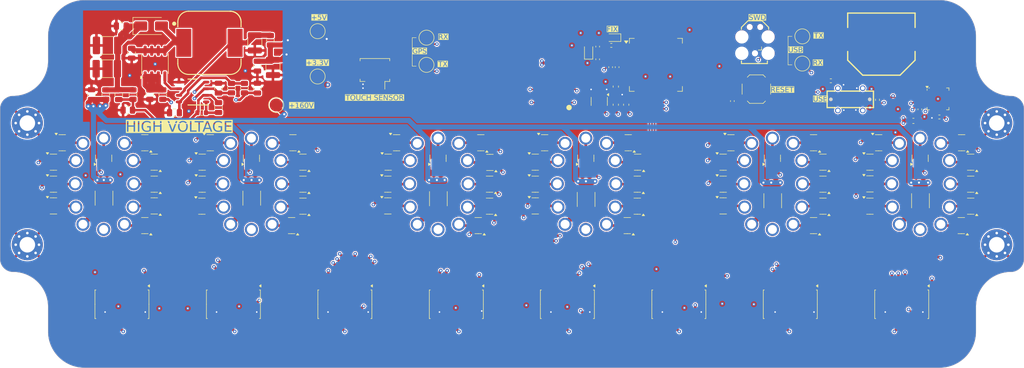
<source format=kicad_pcb>
(kicad_pcb (version 20240108) (generator "pcbnew") (generator_version "8.0")
  (title_block (title "GPS Clock"))
  (layers (0 "F.Cu" signal) (1 "In1.Cu" signal) (2 "In2.Cu" signal) (31 "B.Cu" power) (34 "B.Paste" user) (35 "F.Paste" user) (36 "B.SilkS" user "B.Silkscreen") (37 "F.SilkS" user "F.Silkscreen") (38 "B.Mask" user) (39 "F.Mask" user) (44 "Edge.Cuts" user))
  (net 0 "")
  (net 1 "GND")
  (net 2 "/VBAT")
  (net 3 "+5V")
  (net 4 "+3.3V")
  (net 5 "/LSE_OUT")
  (net 6 "/SWD_NRST")
  (net 7 "/LSE_IN")
  (net 8 "Net-(D1-A)")
  (net 9 "Net-(U4-R{slash}C)")
  (net 10 "Net-(U4-Vref)")
  (net 11 "Net-(U4-Vcc)")
  (net 12 "Net-(U4-Isense)")
  (net 13 "Net-(D2-A)")
  (net 14 "Net-(D2-K)")
  (net 15 "Net-(U4-FB)")
  (net 16 "+160V")
  (net 17 "Net-(J1-Pin_2)")
  (net 18 "Net-(J3-CC1)")
  (net 20 "/SWD_CLK")
  (net 21 "/SWD_DIO")
  (net 22 "/Nixie Tube Driver/IN1-6")
  (net 23 "/Nixie Tube Driver/IN1-0")
  (net 24 "/Nixie Tube Driver/IN1-2")
  (net 25 "/Nixie Tube Driver/IN1-1")
  (net 26 "/Nixie Tube Driver/IN1-4")
  (net 27 "/Nixie Tube Driver/IN1-5")
  (net 28 "/Nixie Tube Driver/IN1-7")
  (net 29 "/Nixie Tube Driver/IN1-3")
  (net 30 "/Nixie Tube Driver/IN1-9")
  (net 31 "Net-(N1-A)")
  (net 32 "/Nixie Tube Driver/IN1-8")
  (net 33 "/Nixie Tube Driver/IN2-8")
  (net 34 "/Nixie Tube Driver/IN2-0")
  (net 35 "/Nixie Tube Driver/IN2-3")
  (net 36 "/Nixie Tube Driver/IN2-4")
  (net 37 "/Nixie Tube Driver/IN2-2")
  (net 38 "/Nixie Tube Driver/IN2-5")
  (net 39 "/Nixie Tube Driver/IN2-6")
  (net 40 "/Nixie Tube Driver/IN2-9")
  (net 41 "/Nixie Tube Driver/IN2-7")
  (net 42 "/Nixie Tube Driver/IN2-1")
  (net 43 "Net-(N2-A)")
  (net 44 "/Nixie Tube Driver/IN3-8")
  (net 45 "/Nixie Tube Driver/IN3-3")
  (net 46 "/Nixie Tube Driver/IN3-5")
  (net 47 "/Nixie Tube Driver/IN3-4")
  (net 48 "/Nixie Tube Driver/IN3-7")
  (net 49 "/Nixie Tube Driver/IN3-0")
  (net 50 "/Nixie Tube Driver/IN3-9")
  (net 51 "/Nixie Tube Driver/IN3-6")
  (net 52 "/Nixie Tube Driver/IN3-1")
  (net 53 "Net-(N3-A)")
  (net 54 "/Nixie Tube Driver/IN3-2")
  (net 55 "/Nixie Tube Driver/IN4-1")
  (net 56 "/Nixie Tube Driver/IN4-3")
  (net 57 "/Nixie Tube Driver/IN4-4")
  (net 58 "/Nixie Tube Driver/IN4-9")
  (net 59 "/Nixie Tube Driver/IN4-8")
  (net 60 "/Nixie Tube Driver/IN4-5")
  (net 61 "Net-(N4-A)")
  (net 62 "/Nixie Tube Driver/IN4-0")
  (net 63 "/Nixie Tube Driver/IN4-7")
  (net 64 "/Nixie Tube Driver/IN4-2")
  (net 65 "/Nixie Tube Driver/IN4-6")
  (net 66 "Net-(N5-A)")
  (net 67 "/Nixie Tube Driver/IN5-7")
  (net 68 "/Nixie Tube Driver/IN5-0")
  (net 69 "/Nixie Tube Driver/IN5-3")
  (net 70 "/Nixie Tube Driver/IN5-4")
  (net 71 "/Nixie Tube Driver/IN5-6")
  (net 72 "/Nixie Tube Driver/IN5-9")
  (net 73 "/Nixie Tube Driver/IN5-8")
  (net 74 "/Nixie Tube Driver/IN5-2")
  (net 75 "/Nixie Tube Driver/IN5-1")
  (net 76 "/Nixie Tube Driver/IN5-5")
  (net 77 "/Nixie Tube Driver/IN6-0")
  (net 78 "/Nixie Tube Driver/IN6-7")
  (net 79 "/Nixie Tube Driver/IN6-4")
  (net 80 "/Nixie Tube Driver/IN6-1")
  (net 81 "/Nixie Tube Driver/IN6-2")
  (net 82 "/Nixie Tube Driver/IN6-6")
  (net 83 "/Nixie Tube Driver/IN6-5")
  (net 84 "/Nixie Tube Driver/IN6-9")
  (net 85 "/Nixie Tube Driver/IN6-8")
  (net 86 "Net-(N6-A)")
  (net 87 "/Nixie Tube Driver/IN6-3")
  (net 88 "Net-(Q2-S-Pad1)")
  (net 89 "Net-(Q2-G)")
  (net 90 "/Nixie Tube Driver/B1")
  (net 91 "/Nixie Tube Driver/B16")
  (net 92 "/Nixie Tube Driver/B31")
  (net 93 "/Nixie Tube Driver/B46")
  (net 94 "/Nixie Tube Driver/B2")
  (net 95 "/Nixie Tube Driver/B17")
  (net 96 "/Nixie Tube Driver/B32")
  (net 97 "/Nixie Tube Driver/B47")
  (net 98 "/Nixie Tube Driver/B3")
  (net 99 "/Nixie Tube Driver/B18")
  (net 100 "/Nixie Tube Driver/B33")
  (net 101 "/Nixie Tube Driver/B48")
  (net 102 "/Nixie Tube Driver/B4")
  (net 103 "/Nixie Tube Driver/B19")
  (net 104 "/Nixie Tube Driver/B34")
  (net 105 "/Nixie Tube Driver/B49")
  (net 106 "/Nixie Tube Driver/B5")
  (net 107 "/Nixie Tube Driver/B20")
  (net 108 "/Nixie Tube Driver/B35")
  (net 109 "/Nixie Tube Driver/B50")
  (net 110 "/Nixie Tube Driver/B6")
  (net 111 "/Nixie Tube Driver/B21")
  (net 112 "/Nixie Tube Driver/B36")
  (net 113 "/Nixie Tube Driver/B51")
  (net 114 "/Nixie Tube Driver/B7")
  (net 115 "/Nixie Tube Driver/B22")
  (net 116 "/Nixie Tube Driver/B37")
  (net 117 "/Nixie Tube Driver/B52")
  (net 118 "/Nixie Tube Driver/B8")
  (net 119 "/Nixie Tube Driver/B23")
  (net 120 "/Nixie Tube Driver/B38")
  (net 121 "/Nixie Tube Driver/B53")
  (net 122 "/Nixie Tube Driver/B9")
  (net 123 "/Nixie Tube Driver/B24")
  (net 124 "/Nixie Tube Driver/B39")
  (net 125 "/Nixie Tube Driver/B54")
  (net 126 "/Nixie Tube Driver/B10")
  (net 127 "/Nixie Tube Driver/B25")
  (net 128 "/Nixie Tube Driver/B40")
  (net 129 "/Nixie Tube Driver/B55")
  (net 130 "/Nixie Tube Driver/B11")
  (net 131 "/Nixie Tube Driver/B26")
  (net 132 "/Nixie Tube Driver/B41")
  (net 133 "/Nixie Tube Driver/B56")
  (net 134 "/Nixie Tube Driver/B12")
  (net 135 "/Nixie Tube Driver/B27")
  (net 136 "/Nixie Tube Driver/B42")
  (net 137 "/Nixie Tube Driver/B57")
  (net 138 "/Nixie Tube Driver/B13")
  (net 139 "/Nixie Tube Driver/B28")
  (net 140 "/Nixie Tube Driver/B43")
  (net 141 "/Nixie Tube Driver/B58")
  (net 142 "/Nixie Tube Driver/B14")
  (net 143 "/Nixie Tube Driver/B29")
  (net 144 "/Nixie Tube Driver/B44")
  (net 145 "/Nixie Tube Driver/B59")
  (net 146 "/Nixie Tube Driver/B15")
  (net 147 "/Nixie Tube Driver/B30")
  (net 148 "/Nixie Tube Driver/B45")
  (net 149 "/Nixie Tube Driver/B60")
  (net 150 "Net-(J3-CC2)")
  (net 152 "/USART1_RX")
  (net 153 "Net-(U2-~{RST})")
  (net 154 "/GPS_FIX")
  (net 155 "/USART2_TX")
  (net 156 "/USART2_RX")
  (net 160 "/USART1_TX")
  (net 166 "/SPI_DATA")
  (net 173 "/LATCH")
  (net 197 "/SPI_CLK")
  (net 216 "/Nixie Tube Driver/Ser Out 1")
  (net 217 "/Nixie Tube Driver/Ser Out 4")
  (net 218 "/Nixie Tube Driver/Ser Out 5")
  (net 219 "/Nixie Tube Driver/Ser Out 2")
  (net 220 "/Nixie Tube Driver/Ser Out 6")
  (net 221 "/Nixie Tube Driver/Ser Out 3")
  (net 222 "/Nixie Tube Driver/Ser Out 7")
  (net 224 "Net-(U4-COMP)")
  (net 233 "/1PPS")
  (net 239 "/D+")
  (net 240 "/D-")
  (footprint "Package_SO:SOIC-16W_5.3x10.2mm_P1.27mm" (layer "F.Cu") (at 151.5 195 -90)
    (property "Reference" "U8" (hide yes))
    (property "Value" "74HC595")
  )
  (footprint "Package_TO_SOT_SMD:SOT-23" (layer "F.Cu") (at 177.2275 179.8 180)
    (property "Reference" "Q28" (hide yes))
    (property "Value" "BSS127S")
  )
  (footprint "Package_TO_SOT_SMD:SOT-23" (layer "F.Cu") (at 243.7275 171.8 180)
    (property "Reference" "Q57" (hide yes))
    (property "Value" "BSS127S")
  )
  (footprint "Capacitor_SMD:C_0603_1608Metric" (layer "F.Cu") (at 205.7725 156.45 90)
    (property "Reference" "C3" (hide yes))
    (property "Value" "4u7")
  )
  (footprint "Package_TO_SOT_SMD:SOT-23" (layer "F.Cu") (at 224.4775 176)
    (property "Reference" "Q45" (hide yes))
    (property "Value" "BSS127S")
  )
  (footprint "Package_TO_SOT_SMD:SOT-23" (layer "F.Cu") (at 233.9775 166.8 90)
    (property "Reference" "Q10" (hide yes))
    (property "Value" "BSS127S")
  )
  (footprint "Package_TO_SOT_SMD:SOT-23" (layer "F.Cu") (at 112.915 179.8 180)
    (property "Reference" "Q7" (hide yes))
    (property "Value" "BSS127S")
  )
  (footprint "Capacitor_SMD:C_1812_4532Metric" (layer "F.Cu") (at 105.5775 149.5 180)
    (property "Reference" "C19" (hide yes))
    (property "Value" "1uF 250v")
  )
  (footprint "Resistor_SMD:R_1812_4532Metric" (layer "F.Cu") (at 198.04 174.75 -90)
    (property "Reference" "R19" (hide yes))
    (property "Value" "18k")
  )
  (footprint "Package_TO_SOT_SMD:SOT-23" (layer "F.Cu") (at 224.4775 167.55)
    (property "Reference" "Q18" (hide yes))
    (property "Value" "BSS127S")
  )
  (footprint "Package_SO:SOIC-16W_5.3x10.2mm_P1.27mm" (layer "F.Cu") (at 108.5 195 -90)
    (property "Reference" "U12" (hide yes))
    (property "Value" "74HC595")
  )
  (footprint "Library:BAT-SMD_MY-1220-03" (layer "F.Cu") (at 255 143.8495)
    (property "Reference" "BT2" (hide yes))
    (property "Value" "~")
  )
  (footprint "Package_TO_SOT_SMD:SOT-23" (layer "F.Cu") (at 272.2275 171.8 180)
    (property "Reference" "Q38" (hide yes))
    (property "Value" "BSS127S")
  )
  (footprint "Capacitor_SMD:C_1210_3225Metric" (layer "F.Cu") (at 137.6275 149.25 -90)
    (property "Reference" "C10" (hide yes))
    (property "Value" "100uF 16v")
  )
  (footprint "Capacitor_SMD:C_0402_1005Metric" (layer "F.Cu") (at 202.7725 149.2 -90)
    (property "Reference" "C9" (hide yes))
    (property "Value" "100n")
  )
  (footprint "Package_TO_SOT_SMD:SOT-23" (layer "F.Cu") (at 252.79 167.55)
    (property "Reference" "Q58" (hide yes))
    (property "Value" "BSS127S")
  )
  (footprint "Package_SO:SOIC-8_3.9x4.9mm_P1.27mm" (layer "F.Cu") (at 114.8775 148.5 90)
    (property "Reference" "Q2" (hide yes))
    (property "Value" "FDS2672CT")
  )
  (footprint "MountingHole:MountingHole_3mm_Pad_Via" (layer "F.Cu") (at 90.25 183.5)
    (property "Reference" "H3" (hide yes))
    (property "Value" "MountingHole_Pad")
  )
  (footprint "Capacitor_SMD:C_0805_2012Metric" (layer "F.Cu") (at 127.1275 153.25 90)
    (property "Reference" "C16" (hide yes))
    (property "Value" "1nF")
  )
  (footprint "Package_TO_SOT_SMD:SOT-23" (layer "F.Cu") (at 188.2275 176)
    (property "Reference" "Q5" (hide yes))
    (property "Value" "BSS127S")
  )
  (footprint "Capacitor_SMD:C_0805_2012Metric" (layer "F.Cu") (at 127.1275 157 90)
    (property "Reference" "C12" (hide yes))
    (property "Value" "220pF")
  )
  (footprint "Package_TO_SOT_SMD:SOT-23" (layer "F.Cu") (at 272.2275 176.05 180)
    (property "Reference" "Q34" (hide yes))
    (property "Value" "BSS127S")
  )
  (footprint "Package_TO_SOT_SMD:SOT-23" (layer "F.Cu") (at 177.7275 163.8 180)
    (property "Reference" "Q44" (hide yes))
    (property "Value" "BSS127S")
  )
  (footprint "Package_TO_SOT_SMD:SOT-23" (layer "F.Cu") (at 169.4775 166.8 90)
    (property "Reference" "Q48" (hide yes))
    (property "Value" "BSS127S")
  )
  (footprint "Capacitor_SMD:C_0402_1005Metric" (layer "F.Cu") (at 226.25 155.75 -90)
    (property "Reference" "C6" (hide yes))
    (property "Value" "100n")
  )
  (footprint "Package_TO_SOT_SMD:SOT-23" (layer "F.Cu") (at 96.9775 163.8)
    (property "Reference" "Q31" (hide yes))
    (property "Value" "BSS127S")
  )
  (footprint "Package_TO_SOT_SMD:SOT-23" (layer "F.Cu") (at 206.165 163.8 180)
    (property "Reference" "Q25" (hide yes))
    (property "Value" "BSS127S")
  )
  (footprint "Resistor_SMD:R_1812_4532Metric" (layer "F.Cu") (at 262.54 175 -90)
    (property "Reference" "R17" (hide yes))
    (property "Value" "18k")
  )
  (footprint "Fiducial:Fiducial_1mm_Mask2mm" (layer "F.Cu") (at 267.75 141.5)
    (property "Reference" "FM1" (hide yes))
    (property "Value" "Fiducial")
  )
  (footprint "Crystal:Crystal_SMD_2012-2Pin_2.0x1.2mm" (layer "F.Cu") (at 198.5225 146.45 90)
    (property "Reference" "X1" (hide yes))
    (property "Value" "32kHz768")
  )
  (footprint "Capacitor_SMD:C_0805_2012Metric" (layer "F.Cu") (at 110.3775 146.5 -90)
    (property "Reference" "C17" (hide yes))
    (property "Value" "560pF 250v")
  )
  (footprint "Package_TO_SOT_SMD:SOT-23" (layer "F.Cu") (at 243.7275 167.55 180)
    (property "Reference" "Q61" (hide yes))
    (property "Value" "BSS127S")
  )
  (footprint "Package_SO:SOIC-16W_5.3x10.2mm_P1.27mm" (layer "F.Cu") (at 258.925 195 -90)
    (property "Reference" "U5" (hide yes))
    (property "Value" "74HC595")
  )
  (footprint "Package_TO_SOT_SMD:SOT-23" (layer "F.Cu") (at 141.4775 163.8 180)
    (property "Reference" "Q4" (hide yes))
    (property "Value" "BSS127S")
  )
  (footprint "Package_TO_SOT_SMD:SOT-23" (layer "F.Cu") (at 197.9775 166.8 90)
    (property "Reference" "Q29" (hide yes))
    (property "Value" "BSS127S")
  )
  (footprint "Capacitor_SMD:C_1812_4532Metric" (layer "F.Cu") (at 105.6275 145 180)
    (property "Reference" "C20" (hide yes))
    (property "Value" "1uF 250v")
  )
  (footprint "Capacitor_SMD:C_0805_2012Metric" (layer "F.Cu") (at 108.3775 141.25 180)
    (property "Reference" "C21" (hide yes))
    (property "Value" "0.1uF 250v")
  )
  (footprint "Package_TO_SOT_SMD:SOT-23" (layer "F.Cu") (at 123.9775 171.8)
    (property "Reference" "Q20" (hide yes))
    (property "Value" "BSS127S")
  )
  (footprint "Package_TO_SOT_SMD:SOT-23" (layer "F.Cu") (at 161.4775 163.8)
    (property "Reference" "Q52" (hide yes))
    (property "Value" "BSS127S")
  )
  (footprint "Capacitor_SMD:C_0805_2012Metric" (layer "F.Cu") (at 118.6275 158 180)
    (property "Reference" "C14" (hide yes))
    (property "Value" "0.1uF 16v")
  )
  (footprint "Package_TO_SOT_SMD:SOT-23" (layer "F.Cu") (at 143.415 167.55 180)
    (property "Reference" "Q59" (hide yes))
    (property "Value" "BSS127S")
  )
  (footprint "Capacitor_SMD:C_0805_2012Metric" (layer "F.Cu") (at 102.6275 154.5 90)
    (property "Reference" "C22" (hide yes))
    (property "Value" "0.1uF 250v")
  )
  (footprint "Package_SO:SOIC-16W_5.3x10.2mm_P1.27mm" (layer "F.Cu") (at 130 195 -90)
    (property "Reference" "U10" (hide yes))
    (property "Value" "74HC595")
  )
  (footprint "Package_TO_SOT_SMD:SOT-23" (layer "F.Cu") (at 241.915 163.8 180)
    (property "Reference" "Q6" (hide yes))
    (property "Value" "BSS127S")
  )
  (footprint "Resistor_SMD:R_1812_4532Metric" (layer "F.Cu") (at 105.04 174.5 -90)
    (property "Reference" "R22" (hide yes))
    (property "Value" "18k")
  )
  (footprint "Package_TO_SOT_SMD:SOT-23" (layer "F.Cu") (at 104.9775 166.8 90)
    (property "Reference" "Q27" (hide yes))
    (property "Value" "BSS127S")
  )
  (footprint "Package_TO_SOT_SMD:SOT-23" (layer "F.Cu") (at 143.415 176.05 180)
    (property "Reference" "Q51" (hide yes))
    (property "Value" "BSS127S")
  )
  (footprint "Package_TO_SOT_SMD:SOT-23" (layer "F.Cu") (at 114.7275 171.8 180)
    (property "Reference" "Q15" (hide yes))
    (property "Value" "BSS127S")
  )
  (footprint "Resistor_SMD:R_1812_4532Metric" (layer "F.Cu") (at 234.04 175 -90)
    (property "Reference" "R18" (hide yes))
    (property "Value" "18k")
  )
  (footprint "TestPoint:TestPoint_Pad_D2.5mm" (layer "F.Cu") (at 167.25 148.75)
    (property "Reference" "TP5" (hide yes))
    (property "Value" "TestPoint")
  )
  (footprint "Resistor_SMD:R_1812_4532Metric" (layer "F.Cu") (at 133.54 174.5 -90)
    (property "Reference" "R21" (hide yes))
    (property "Value" "18k")
  )
  (footprint "Resistor_SMD:R_0402_1005Metric" (layer "F.Cu") (at 254.25 155.5 90)
    (property "Reference" "R5" (hide yes))
    (property "Value" "5k1")
  )
  (footprint "TestPoint:TestPoint_Pad_D2.5mm" (layer "F.Cu") (at 146.25 142.25)
    (property "Reference" "TP2" (hide yes))
    (property "Value" "TestPoint")
  )
  (footprint "Connector:Tag-Connect_TC2030-IDC-FP_2x03_P1.27mm_Vertical" (layer "F.Cu") (at 230.615 143.98 90)
    (property "Reference" "J2" (hide yes))
    (property "Value" "TC2030")
  )
  (footprint "Package_TO_SOT_SMD:SOT-23" (layer "F.Cu") (at 207.915 176.05 180)
    (property "Reference" "Q13" (hide yes))
    (property "Value" "BSS127S")
  )
  (footprint "Package_TO_SOT_SMD:SOT-23" (layer "F.Cu") (at 179.4775 167.6 180)
    (property "Reference" "Q40" (hide yes))
    (property "Value" "BSS127S")
  )
  (footprint "Resistor_SMD:R_0402_1005Metric" (layer "F.Cu") (at 266.185 158.825 180)
    (property "Reference" "R1" (hide yes))
    (property "Value" "10k")
  )
  (footprint "Package_TO_SOT_SMD:SOT-23" (layer "F.Cu") (at 95.29 167.55)
    (property "Reference" "Q35" (hide yes))
    (property "Value" "BSS127S")
  )
  (footprint "Package_TO_SOT_SMD:SOT-23" (layer "F.Cu") (at 262.4775 166.8 90)
    (property "Reference" "Q50" (hide yes))
    (property "Value" "BSS127S")
  )
  (footprint "Package_TO_SOT_SMD:SOT-23" (layer "F.Cu") (at 125.54 163.8)
    (property "Reference" "Q12" (hide yes))
    (property "Value" "BSS127S")
  )
  (footprint "Connector_Molex:Molex_PicoBlade_53261-0371_1x03-1MP_P1.25mm_Horizontal" (layer "F.Cu") (at 157.3 150.25 180)
    (property "Reference" "J1" (hide yes))
    (property "Value" "Conn_01x03_Pin")
  )
  (footprint "Package_TO_SOT_SMD:SOT-23" (layer "F.Cu") (at 254.4775 163.8)
    (property "Reference" "Q54" (hide yes))
    (property "Value" "BSS127S")
  )
  (footprint "Package_TO_SOT_SMD:SOT-23" (layer "F.Cu") (at 95.29 176)
    (property "Reference" "Q3" (hide yes))
    (property "Value" "BSS127S")
  )
  (footprint "Resistor_SMD:R_0805_2012Metric" (layer "F.Cu") (at 105.3775 154.5 90)
    (property "Reference" "L3" (hide yes))
    (property "Value" "60ohm 100Mhz")
  )
  (footprint "Capacitor_SMD:C_0402_1005Metric" (layer "F.Cu") (at 200.2725 145.22 90)
    (property "Reference" "C7" (hide yes))
    (property "Value" "10p")
  )
  (footprint "TestPoint:TestPoint_Pad_D2.5mm" (layer "F.Cu") (at 146.25 151)
    (property "Reference" "TP1" (hide yes))
    (property "Value" "TestPoint")
  )
  (footprint "Resistor_SMD:R_0805_2012Metric" (layer "F.Cu") (at 116.3775 154.5 -90)
    (property "Reference" "R13" (hide yes))
    (property "Value" "1k")
  )
  (footprint "MountingHole:MountingHole_3mm_Pad_Via" (layer "F.Cu") (at 277.25 160)
    (property "Reference" "H2" (hide yes))
    (property "Value" "MountingHole_Pad")
  )
  (footprint "Library:D0008A_L" (layer "F.Cu") (at 122.1275 154 180)
    (property "Reference" "U4" (hide yes))
    (property "Value" "UCC3803")
  )
  (footprint "Resistor_SMD:R_0402_1005Metric" (layer "F.Cu") (at 202.8975 144.985 180)
    (property "Reference" "R2" (hide yes))
    (property "Value" "5k1")
  )
  (footprint "Package_TO_SOT_SMD:SOT-23" (layer "F.Cu") (at 243.7275 176.05 180)
    (property "Reference" "Q53" (hide yes))
    (property "Value" "BSS127S")
  )
  (footprint "Capacitor_SMD:C_0805_2012Metric" (layer "F.Cu") (at 134.6275 153.25 90)
    (property "Reference" "C13" (hide yes))
    (property "Value" "430pF")
  )
  (footprint "Package_TO_SOT_SMD:SOT-23" (layer "F.Cu") (at 205.9775 179.8 180)
    (property "Reference" "Q9" (hide yes))
    (property "Value" "BSS127S")
  )
  (footprint "Capacitor_SMD:C_0603_1608Metric" (layer "F.Cu") (at 203.7725 156.45 90)
    (property "Reference" "C2" (hide yes))
    (property "Value" "4u7")
  )
  (footprint "Package_TO_SOT_SMD:SOT-23" (layer "F.Cu") (at 159.79 176)
    (property "Reference" "Q24" (hide yes))
    (property "Value" "BSS127S")
  )
  (footprint "Package_TO_SOT_SMD:SOT-23" (layer "F.Cu") (at 123.915 176.05)
    (property "Reference" "Q43" (hide yes))
    (property "Value" "BSS127S")
  )
  (footprint "Resistor_SMD:R_0805_2012Metric" (layer "F.Cu") (at 132.1275 153.25 90)
    (property "Reference" "R9" (hide yes))
    (property "Value" "60.4k")
  )
  (footprint "Capacitor_SMD:C_0402_1005Metric" (layer "F.Cu") (at 204.0225 149.2 -90)
    (property "Reference" "C4" (hide yes))
    (property "Value" "100n")
  )
  (footprint "Package_TO_SOT_SMD:SOT-23" (layer "F.Cu") (at 207.915 171.8 180)
    (property "Reference" "Q17" (hide yes))
    (property "Value" "BSS127S")
  )
  (footprint "Package_TO_SOT_SMD:SOT-23" (layer "F.Cu") (at 179.415 171.8 180)
    (property "Reference" "Q36" (hide yes))
    (property "Value" "BSS127S")
  )
  (footprint "Resistor_SMD:R_0402_1005Metric" (layer "F.Cu") (at 245.25 151.83 180)
    (property "Reference" "R6" (hide yes))
    (property "Value" "5k1")
  )
  (footprint "Package_TO_SOT_SMD:SOT-23" (layer "F.Cu") (at 188.2275 171.8)
    (property "Reference" "Q41" (hide yes))
    (property "Value" "BSS127S")
  )
  (footprint "Package_TO_SOT_SMD:SOT-23-5" (layer "F.Cu") (at 200.5725 155.8125 -90)
    (property "Reference" "U1" (hide yes))
    (property "Value" "MIC5365-3.3YD5")
  )
  (footprint "TestPoint:TestPoint_Pad_D2.5mm" (layer "F.Cu") (at 239.75 143.25)
    (property "Reference" "TP6" (hide yes))
    (property "Value" "TestPoint")
  )
  (footprint "Package_TO_SOT_SMD:SOT-23" (layer "F.Cu") (at 188.2275 167.55)
    (property "Reference" "Q37" (hide yes))
    (property "Value" "BSS127S")
  )
  (footprint "Package_TO_SOT_SMD:SOT-23" (layer "F.Cu") (at 114.7275 176 180)
    (property "Reference" "Q11" (hide yes))
    (property "Value" "BSS127S")
  )
  (footprint "Fiducial:Fiducial_1mm_Mask2mm" (layer "F.Cu") (at 100 202)
    (property "Reference" "FM3" (hide yes))
    (property "Value" "Fiducial")
  )
  (footprint "Package_TO_SOT_SMD:SOT-23" (layer "F.Cu") (at 190.04 163.8)
    (property "Reference" "Q33" (hide yes))
    (property "Value" "BSS127S")
  )
  (footprint "Package_SO:SOIC-16W_5.3x10.2mm_P1.27mm" (layer "F.Cu") (at 215.925 195 -90)
    (property "Reference" "U9" (hide yes))
    (property "Value" "74HC595")
  )
  (footprint "Package_TO_SOT_SMD:SOT-23" (layer "F.Cu") (at 252.79 171.75)
    (property "Reference" "Q62" (hide yes))
    (property "Value" "BSS127S")
  )
  (footprint "Button_Switch_SMD:SW_Push_1P1T_XKB_TS-1187A" (layer "F.Cu") (at 230.885 153.44 180)
    (property "Reference" "SW2" (hide yes))
    (property "Value" "SW_Push")
  )
  (footprint "Package_TO_SOT_SMD:SOT-23" (layer "F.Cu") (at 207.9775 167.55 180)
    (property "Reference" "Q21" (hide yes))
    (property "Value" "BSS127S")
  )
  (footprint "Package_TO_SOT_SMD:SOT-23" (layer "F.Cu") (at 141.2275 179.8 180)
    (property "Reference" "Q47" (hide yes))
    (property "Value" "BSS127S")
  )
  (footprint "Resistor_SMD:R_0805_2012Metric" (layer "F.Cu") (at 109.6275 157.5 180)
    (property "Reference" "R16" (hide yes))
    (property "Value" "7.68k")
  )
  (footprint "TestPoint:TestPoint_Pad_D2.5mm" (layer "F.Cu") (at 167.25 143.5)
    (property "Reference" "TP4" (hide yes))
    (property "Value" "TestPoint")
  )
  (footprint "Package_TO_SOT_SMD:SOT-23" (layer "F.Cu") (at 159.8525 167.55)
    (property "Reference" "Q56" (hide yes))
    (property "Value" "BSS127S")
  )
  (footprint "Package_SO:SOIC-16W_5.3x10.2mm_P1.27mm" (layer "F.Cu") (at 194.425 195 -90)
    (property "Reference" "U11" (hide yes))
    (property "Value" "74HC595")
  )
  (footprint "Capacitor_SMD:C_0805_2012Metric" (layer "F.Cu") (at 107.8775 154.5 -90)
    (property "Reference" "C18" (hide yes))
    (property "Value" "100pF 250v")
  )
  (footprint "Capacitor_SMD:C_0805_2012Metric" (layer "F.Cu") (at 134.6275 149 -90)
    (property "Reference" "C11" (hide yes))
    (property "Value" "0.1uF")
  )
  (footprint "Resistor_SMD:R_0805_2012Metric" (layer "F.Cu") (at 110.6275 154.5 -90)
    (property "Reference" "R15" (hide yes))
    (property "Value" "634k")
  )
  (footprint "TestPoint:TestPoint_Pad_D2.5mm" (layer "F.Cu") (at 239.75 148.5)
    (property "Reference" "TP7" (hide yes))
    (property "Value" "TestPoint")
  )
  (footprint "Resistor_SMD:R_0603_1608Metric" (layer "F.Cu") (at 123.8775 158)
    (property "Reference" "R10" (hide yes))
    (property "Value" "10k")
  )
  (footprint "Library:USB-C-SMD_U263-241N-4BQC02" (layer "F.Cu") (at 249 155.415)
    (property "Reference" "J3" (hide yes))
    (property "Value" "USB_C_Receptacle_USB2.0_14P")
    (fp_poly (pts (xy -3.4 0) (xy -3.41713 -0.108156) (xy -3.466844 -0.205725) (xy -3.544275 -0.283156) (xy -3.641844 -0.33287) (xy -3.75 -0.35) (xy -3.858156 -0.33287) (xy -3.955725 -0.283156) (xy -4.033156 -0.205725) (xy -4.08287 -0.108156) (xy -4.1 0) (xy -4.08287 0.108156) (xy -4.033156 0.205725) (xy -3.955725 0.283156) (xy -3.858156 0.33287) (xy -3.75 0.35) (xy -3.641844 0.33287) (xy -3.544275 0.283156) (xy -3.466844 0.205725) (xy -3.41713 0.108156)) (fill solid) (layer "Edge.Cuts"))
    (fp_poly (pts (xy 4.1 0) (xy 4.08287 -0.108156) (xy 4.033156 -0.205725) (xy 3.955725 -0.283156) (xy 3.858156 -0.33287) (xy 3.75 -0.35) (xy 3.641844 -0.33287) (xy 3.544275 -0.283156) (xy 3.466844 -0.205725) (xy 3.41713 -0.108156) (xy 3.4 0) (xy 3.41713 0.108156) (xy 3.466844 0.205725) (xy 3.544275 0.283156) (xy 3.641844 0.33287) (xy 3.75 0.35) (xy 3.858156 0.33287) (xy 3.955725 0.283156) (xy 4.033156 0.205725) (xy 4.08287 0.108156)) (fill solid) (layer "Edge.Cuts"))
  )
  (footprint "Package_TO_SOT_SMD:SOT-23" (layer "F.Cu") (at 241.915 179.8 180)
    (property "Reference" "Q49" (hide yes))
    (property "Value" "BSS127S")
  )
  (footprint "Package_TO_SOT_SMD:SOT-23" (layer "F.Cu") (at 272.2275 167.55 180)
    (property "Reference" "Q42" (hide yes))
    (property "Value" "BSS127S")
  )
  (footprint "Diode_SMD:D_SMA" (layer "F.Cu") (at 114.1275 141.25)
    (property "Reference" "D2" (hide yes))
    (property "Value" "ES1D")
  )
  (footprint "Resistor_SMD:R_0805_2012Metric" (layer "F.Cu") (at 129.6275 153.25 90)
    (property "Reference" "R12" (hide yes))
    (property "Value" "4.12k")
  )
  (footprint "Capacitor_SMD:C_0603_1608Metric" (layer "F.Cu") (at 203.7725 152.95 90)
    (property "Reference" "C1" (hide yes))
    (property "Value" "4u7")
  )
  (footprint "Library:WE-PD_1210" (layer "F.Cu") (at 125.3775 144.5 -90)
    (property "Reference" "L2" (hide yes))
    (property "Value" "33uH")
  )
  (footprint "Fiducial:Fiducial_1mm_Mask2mm" (layer "F.Cu") (at 267.75 202)
    (property "Reference" "FM2" (hide yes))
    (property "Value" "Fiducial")
  )
  (footprint "Package_TO_SOT_SMD:SOT-23" (layer "F.Cu") (at 112.915 163.8 180)
    (property "Reference" "Q23" (hide yes))
    (property "Value" "BSS127S")
  )
  (footprint "Package_DFN_QFN:QFN-24-1EP_4x4mm_P0.5mm_EP2.7x2.7mm" (layer "F.Cu") (at 265.925 155.325)
    (property "Reference" "U2" (hide yes))
    (property "Value" "CP2104")
  )
  (footprint "Capacitor_SMD:C_0402_1005Metric" (layer "F.Cu") (at 262.425 157.345 -90)
    (property "Reference" "C23" (hide yes))
    (property "Value" "100n")
  )
  (footprint "Capacitor_SMD:C_1210_3225Metric" (layer "F.Cu") (at 134.1275 144.5 -90)
    (property "Reference" "C15" (hide yes))
    (property "Value" "100uF 16v")
  )
  (footprint "Package_TO_SOT_SMD:SOT-23" (layer "F.Cu") (at 179.415 176.05 180)
    (property "Reference" "Q32" (hide yes))
    (property "Value" "BSS127S")
  )
  (footprint "MountingHole:MountingHole_3mm_Pad_Via" (layer "F.Cu") (at 277.25 183.5)
    (property "Reference" "H4" (hide yes))
    (property "Value" "MountingHole_Pad")
  )
  (footprint "Package_TO_SOT_SMD:SOT-23" (layer "F.Cu") (at 143.415 171.8 180)
    (property "Reference" "Q55" (hide yes))
    (property "Value" "BSS127S")
  )
  (footprint "Capacitor_SMD:C_0603_1608Metric" (layer "F.Cu") (at 261.175 159.575)
    (property "Reference" "C24" (hide yes))
    (property "Value" "4u7")
  )
  (footprint "Package_TO_SOT_SMD:SOT-23" (layer "F.Cu") (at 252.79 176.05)
    (property "Reference" "Q26" (hide yes))
    (property "Value" "BSS127S")
  )
  (footprint "Diode_SMD:D_0603_1608Metric" (layer "F.Cu") (at 203.25 143.5 180)
    (property "Reference" "D1" (hide yes))
    (property "Value" "LED")
  )
  (footprint "MountingHole:MountingHole_3mm_Pad_Via" (layer "F.Cu") (at 90.25 160)
    (property "Reference" "H1" (hide yes))
    (property "Value" "MountingHole_Pad")
  )
  (footprint "Package_TO_SOT_SMD:SOT-23" (layer "F.Cu") (at 133.4775 166.8 90)
    (property "Reference" "Q8" (hide yes))
    (property "Value" "BSS127S")
  )
  (footprint "Package_TO_SOT_SMD:SOT-23" (layer "F.Cu") (at 224.4775 171.8)
    (property "Reference" "Q22" (hide yes))
    (property "Value" "BSS127S")
  )
  (footprint "Resistor_SMD:R_0805_2012Metric" (layer "F.Cu") (at 137.1275 144 -90)
    (property "Reference" "L1" (hide yes))
    (property "Value" "60ohm 100Mhz")
  )
  (footprint "Library:TU10-F" (layer "F.Cu") (at 183.5 149.75)
    (property "Reference" "U13" (hide yes))
    (property "Value" "TU10-F")
  )
  (footprint "Resistor_SMD:R_1812_4532Metric" (layer "F.Cu") (at 169.54 174.6125 -90)
    (property "Reference" "R20" (hide yes))
    (property "Value" "18k")
  )
  (footprint "Package_TO_SOT_SMD:SOT-23" (layer "F.Cu") (at 95.29 171.8)
    (property "Reference" "Q39" (hide yes))
    (property "Value" "BSS127S")
  )
  (footprint "Package_TO_SOT_SMD:SOT-23" (layer "F.Cu") (at 159.79 171.8)
    (property "Reference" "Q60" (hide yes))
    (property "Value" "BSS127S")
  )
  (footprint "Package_QFP:LQFP-64_10x10mm_P0.5mm" (layer "F.Cu") (at 211.5 148.75)
    (property "Reference" "U3" (hide yes))
    (property "Value" "STM32G070RBTx")
  )
  (footprint "Package_SO:SOIC-16W_5.3x10.2mm_P1.27mm" (layer "F.Cu") (at 173 195 -90)
    (property "Reference" "U6" (hide yes))
    (property "Value" "74HC595")
  )
  (footprint "Package_TO_SOT_SMD:SOT-23" (layer "F.Cu") (at 225.9775 163.8)
    (property "Reference" "Q14" (hide yes))
    (property "Value" "BSS127S")
  )
  (footprint "Resistor_SMD:R_0805_2012Metric" (layer "F.Cu") (at 113.8775 154.5 -90)
    (property "Reference" "R14" (hide yes))
    (property "Value" "0.1 1/2W")
  )
  (footprint "Package_TO_SOT_SMD:SOT-23" (layer "F.Cu") (at 114.7275 167.55 180)
    (property "Reference" "Q19" (hide yes))
    (property "Value" "BSS127S")
  )
  (footprint "Package_TO_SOT_SMD:SOT-23" (layer "F.Cu") (at 270.4775 163.8 180)
    (property "Reference" "Q46" (hide yes))
    (property "Value" "BSS127S")
  )
  (footprint "Package_TO_SOT_SMD:SOT-23" (layer "F.Cu") (at 123.9775 167.55)
    (property "Reference" "Q16" (hide yes))
    (property "Value" "BSS127S")
  )
  (footprint "TestPoint:TestPoint_Pad_D2.5mm" (layer "F.Cu") (at 138.25 156.5)
    (property "Reference" "TP3" (hide yes))
    (property "Value" "TestPoint")
  )
  (footprint "Capacitor_SMD:C_0402_1005Metric" (layer "F.Cu") (at 200.2725 147.68 -90)
    (property "Reference" "C5" (hide yes))
    (property "Value" "10p")
  )
  (footprint "Package_TO_SOT_SMD:SOT-23" (layer "F.Cu") (at 270.415 179.8 180)
    (property "Reference" "Q30" (hide yes))
    (property "Value" "BSS127S")
  )
  (footprint "Package_SO:SOIC-16W_5.3x10.2mm_P1.27mm" (layer "F.Cu") (at 237.425 195 -90)
    (property "Reference" "U7" (hide yes))
    (property "Value" "74HC595")
  )
  (footprint "Library:IN-12b" (layer "B.Cu") (at 233.9775 171.732 180)
    (property "Reference" "N2" (hide yes))
    (property "Value" "IN-12b")
  )
  (footprint "Library:IN-12b" (layer "B.Cu") (at 104.9775 171.732 180)
    (property "Reference" "N6" (hide yes))
    (property "Value" "IN-12b")
  )
  (footprint "Library:IN-12b" (layer "B.Cu") (at 262.4775 171.732 180)
    (property "Reference" "N1" (hide yes))
    (property "Value" "IN-12b")
  )
  (footprint "Library:IN-12b" (layer "B.Cu") (at 197.9775 171.732 180)
    (property "Reference" "N3" (hide yes))
    (property "Value" "IN-12b")
  )
  (footprint "Library:IN-12b" (layer "B.Cu") (at 133.4775 171.732 180)
    (property "Reference" "N5" (hide yes))
    (property "Value" "IN-12b")
  )
  (footprint "Library:IN-12b" (layer "B.Cu") (at 169.4775 171.732 180)
    (property "Reference" "N4" (hide yes))
    (property "Value" "IN-12b")
  )
  (gr_line (start 228 148.5) (end 233 148.5) (stroke (width 0.2)) (layer "F.SilkS"))
  (gr_line (start 165.25 143.5) (end 164.5 143.5) (stroke (width 0.1)) (layer "F.SilkS"))
  (gr_line (start 228 148) (end 228 148.5) (stroke (width 0.2)) (layer "F.SilkS"))
  (gr_line (start 237.75 143.25) (end 237 143.25) (stroke (width 0.1)) (layer "F.SilkS"))
  (gr_line (start 232 140.25) (end 233.25 141.5) (stroke (width 0.2)) (layer "F.SilkS"))
  (gr_line (start 233 148.5) (end 233 148) (stroke (width 0.2)) (layer "F.SilkS"))
  (gr_line (start 228 141.5) (end 228 141.9) (stroke (width 0.2)) (layer "F.SilkS"))
  (gr_line (start 237 143.25) (end 237 148.75) (stroke (width 0.1)) (layer "F.SilkS"))
  (gr_line (start 164.5 143.5) (end 164.5 149) (stroke (width 0.1)) (layer "F.SilkS"))
  (gr_line (start 229.25 140.25) (end 232 140.25) (stroke (width 0.2)) (layer "F.SilkS"))
  (gr_line (start 237 148.75) (end 237.75 148.75) (stroke (width 0.1)) (layer "F.SilkS"))
  (gr_line (start 228 141.5) (end 229.25 140.25) (stroke (width 0.2)) (layer "F.SilkS"))
  (gr_line (start 164.5 149) (end 165.25 149) (stroke (width 0.1)) (layer "F.SilkS"))
  (gr_line (start 233.25 141.5) (end 233.25 141.9) (stroke (width 0.2)) (layer "F.SilkS"))
  (gr_line (start 266.25 207.25) (end 101.25 207.25) (stroke (width 0.05)) (layer "Edge.Cuts"))
  (gr_arc (start 280 154.75) (mid 281.767767 155.482233) (end 282.5 157.25) (stroke (width 0.05)) (layer "Edge.Cuts"))
  (gr_arc (start 282.5 186.25) (mid 281.767767 188.017767) (end 280 188.75) (stroke (width 0.05)) (layer "Edge.Cuts"))
  (gr_arc (start 101.25 207.25) (mid 96.300253 205.199747) (end 94.25 200.25) (stroke (width 0.05)) (layer "Edge.Cuts"))
  (gr_arc (start 94.25 143.25) (mid 96.300253 138.300253) (end 101.25 136.25) (stroke (width 0.05)) (layer "Edge.Cuts"))
  (gr_arc (start 266.25 136.25) (mid 271.199747 138.300253) (end 273.25 143.25) (stroke (width 0.05)) (layer "Edge.Cuts"))
  (gr_line (start 94.25 195.5) (end 94.25 200.25) (stroke (width 0.05)) (layer "Edge.Cuts"))
  (gr_arc (start 85 157.25) (mid 85.732233 155.482233) (end 87.5 154.75) (stroke (width 0.05)) (layer "Edge.Cuts"))
  (gr_arc (start 87.5 188.75) (mid 92.272971 190.727029) (end 94.25 195.5) (stroke (width 0.05)) (layer "Edge.Cuts"))
  (gr_line (start 85 157.25) (end 85 186.25) (stroke (width 0.05)) (layer "Edge.Cuts"))
  (gr_line (start 94.25 148) (end 94.25 143.25) (stroke (width 0.05)) (layer "Edge.Cuts"))
  (gr_arc (start 87.5 188.75) (mid 85.732233 188.017767) (end 85 186.25) (stroke (width 0.05)) (layer "Edge.Cuts"))
  (gr_arc (start 280 154.75) (mid 275.227029 152.772971) (end 273.25 148) (stroke (width 0.05)) (layer "Edge.Cuts"))
  (gr_line (start 273.25 148) (end 273.25 143.25) (stroke (width 0.05)) (layer "Edge.Cuts"))
  (gr_line (start 282.5 157.25) (end 282.5 186.25) (stroke (width 0.05)) (layer "Edge.Cuts"))
  (gr_line (start 273.25 195.5) (end 273.25 200.25) (stroke (width 0.05)) (layer "Edge.Cuts"))
  (gr_arc (start 94.25 148) (mid 92.272971 152.772971) (end 87.5 154.75) (stroke (width 0.05)) (layer "Edge.Cuts"))
  (gr_arc (start 273.25 195.5) (mid 275.227029 190.727029) (end 280 188.75) (stroke (width 0.05)) (layer "Edge.Cuts"))
  (gr_arc (start 273.25 200.25) (mid 271.199747 205.199747) (end 266.25 207.25) (stroke (width 0.05)) (layer "Edge.Cuts"))
  (gr_line (start 101.25 136.25) (end 266.25 136.25) (stroke (width 0.05)) (layer "Edge.Cuts"))
  (gr_text "+3.3V" (at 144 149 0) (layer "F.SilkS" knockout) (effects (font (size 1 1) (thickness 0.1)) (justify left bottom)))
  (gr_text "RESET" (at 233.6 154.2 0) (layer "F.SilkS" knockout) (effects (font (size 1 1) (thickness 0.1)) (justify left bottom)))
  (gr_text "HIGH VOLTAGE\n" (at 109.2 162 0) (layer "F.SilkS" knockout) (effects (font (size 2 2) (thickness 0.3)) (justify left bottom)))
  (gr_text "USB" (at 237 146.5 0) (layer "F.SilkS" knockout) (effects (font (size 1 1) (thickness 0.1)) (justify left bottom)))
  (gr_text "+5V" (at 145 140.25 0) (layer "F.SilkS" knockout) (effects (font (size 1 1) (thickness 0.1)) (justify left bottom)))
  (gr_text "TOUCH SENSOR\n" (at 157.25 155.75 0) (layer "F.SilkS" knockout) (effects (font (size 1 1) (thickness 0.125)) (justify bottom)))
  (gr_text "SWD" (at 229.4 140.25 0) (layer "F.SilkS" knockout) (effects (font (size 1 1) (thickness 0.1)) (justify left bottom)))
  (gr_text "USB" (at 241.8 156 0) (layer "F.SilkS" knockout) (effects (font (size 1 1) (thickness 0.1)) (justify left bottom)))
  (gr_text "TX" (at 169.5 149.25 0) (layer "F.SilkS" knockout) (effects (font (size 1 1) (thickness 0.1)) (justify left bottom)))
  (gr_text "GPS\n" (at 164.5 146.75 0) (layer "F.SilkS" knockout) (effects (font (size 1 1) (thickness 0.1)) (justify left bottom)))
  (gr_text "FIX" (at 202 142.5 0) (layer "F.SilkS" knockout) (effects (font (size 1 1) (thickness 0.1)) (justify left bottom)))
  (gr_text "+160V" (at 140.7 157.25 0) (layer "F.SilkS" knockout) (effects (font (size 1 1) (thickness 0.1)) (justify left bottom)))
  (gr_text "TX" (at 242 143.75 0) (layer "F.SilkS" knockout) (effects (font (size 1 1) (thickness 0.1)) (justify left bottom)))
  (gr_text "RX" (at 169.5 144 0) (layer "F.SilkS" knockout) (effects (font (size 1 1) (thickness 0.1)) (justify left bottom)))
  (gr_text "RX" (at 241.75 149 0) (layer "F.SilkS" knockout) (effects (font (size 1 1) (thickness 0.1)) (justify left bottom)))
  (segment (start 195.06 198.25) (end 195.06 196.16) (width 0.3) (layer "F.Cu") (net 1))
  (segment (start 173.635 196.435) (end 172.9 195.7) (width 0.3) (layer "F.Cu") (net 1))
  (segment (start 216.56 198.25) (end 216.56 196.14) (width 0.3) (layer "F.Cu") (net 1))
  (segment (start 211.48 191.75) (end 211.48 188.32) (width 0.3) (layer "F.Cu") (net 1))
  (segment (start 203.7725 152.175) (end 201.975 152.175) (width 0.5) (layer "F.Cu") (net 1))
  (segment (start 251.75 156.25) (end 252.5 157) (width 0.3) (layer "F.Cu") (net 1))
  (segment (start 243.7 152.87) (end 244.74 151.83) (width 0.3) (layer "F.Cu") (net 1))
  (segment (start 173.635 198.25) (end 173.635 196.435) (width 0.3) (layer "F.Cu") (net 1))
  (segment (start 204.0225 149.68) (end 202.7725 149.68) (width 0.3) (layer "F.Cu") (net 1))
  (segment (start 252.5 157) (end 252.8 157) (width 0.3) (layer "F.Cu") (net 1))
  (segment (start 203.7725 155.675) (end 205.7725 155.675) (width 0.5) (layer "F.Cu") (net 1))
  (segment (start 262.425 157.825) (end 262.425 157.925) (width 0.3) (layer "F.Cu") (net 1))
  (segment (start 195.06 196.16) (end 194.4 195.5) (width 0.3) (layer "F.Cu") (net 1))
  (segment (start 251.75 154.58) (end 251.92 154.58) (width 0.3) (layer "F.Cu") (net 1))
  (segment (start 204.0225 149.68) (end 204.26688 149.68) (width 0.3) (layer "F.Cu") (net 1))
  (segment (start 109.135 196.735) (end 107.8 195.4) (width 0.3) (layer "F.Cu") (net 1))
  (segment (start 243.7 153.4) (end 243.7 152.87) (width 0.3) (layer "F.Cu") (net 1))
  (segment (start 109.135 198.25) (end 109.135 196.735) (width 0.3) (layer "F.Cu") (net 1))
  (segment (start 211.48 188.32) (end 211.6 188.2) (width 0.3) (layer "F.Cu") (net 1))
  (segment (start 216.56 196.14) (end 217 195.7) (width 0.3) (layer "F.Cu") (net 1))
  (segment (start 130.635 195.865) (end 131.1 195.4) (width 0.3) (layer "F.Cu") (net 1))
  (segment (start 204.26688 149.68) (end 204.94688 149) (width 0.3) (layer "F.Cu") (net 1))
  (segment (start 251.92 154.58) (end 253.1 153.4) (width 0.3) (layer "F.Cu") (net 1))
  (segment (start 130.635 198.25) (end 130.635 195.865) (width 0.3) (layer "F.Cu") (net 1))
  (segment (start 201.975 152.175) (end 201.8 152) (width 0.5) (layer "F.Cu") (net 1))
  (segment (start 204.94688 149) (end 205.825 149) (width 0.3) (layer "F.Cu") (net 1))
  (segment (start 262.425 157.925) (end 263.3 158.8) (width 0.3) (layer "F.Cu") (net 1))
  (via (at 257.7 161.8) (size 0.7) (drill 0.3) (layers "F.Cu" "B.Cu") (net 1))
  (via (at 224.3 194.9) (size 0.7) (drill 0.3) (layers "F.Cu" "B.Cu") (net 1))
  (via (at 197 142.6) (size 0.7) (drill 0.3) (layers "F.Cu" "B.Cu") (net 1))
  (via (at 265.925 155.325) (size 0.7) (drill 0.3) (layers "F.Cu" "B.Cu") (net 1))
  (via (at 114.9 148.6) (size 0.7) (drill 0.3) (layers "F.Cu" "B.Cu") (net 1))
  (via (at 218 142) (size 0.7) (drill 0.3) (layers "F.Cu" "B.Cu") (net 1))
  (via (at 217 195.7) (size 0.7) (drill 0.3) (layers "F.Cu" "B.Cu") (net 1))
  (via (at 110 150.8) (size 0.7) (drill 0.3) (layers "F.Cu" "B.Cu") (net 1))
  (via (at 211.6 188.2) (size 0.7) (drill 0.3) (layers "F.Cu" "B.Cu") (net 1))
  (via (at 132.3 149.9) (size 0.7) (drill 0.3) (layers "F.Cu" "B.Cu") (net 1))
  (via (at 223.75 149) (size 0.7) (drill 0.3) (layers "F.Cu" "B.Cu") (net 1))
  (via (at 195.3 145) (size 0.7) (drill 0.3) (layers "F.Cu" "B.Cu") (net 1))
  (via (at 200.5 142.6) (size 0.7) (drill 0.3) (layers "F.Cu" "B.Cu") (net 1))
  (via (at 103.3 188.8) (size 0.7) (drill 0.3) (layers "F.Cu" "B.Cu") (net 1))
  (via (at 253.1 153.4) (size 0.7) (drill 0.3) (layers "F.Cu" "B.Cu") (net 1))
  (via (at 209.5 151) (size 0.7) (drill 0.3) (layers "F.Cu" "B.Cu") (net 1))
  (via (at 121.4 157.7) (size 0.7) (drill 0.3) (layers "F.Cu" "B.Cu") (net 1))
  (via (at 131.1 195.4) (size 0.7) (drill 0.3) (layers "F.Cu" "B.Cu") (net 1))
  (via (at 252.8 157) (size 0.7) (drill 0.3) (layers "F.Cu" "B.Cu") (net 1))
  (via (at 172.9 195.7) (size 0.7) (drill 0.3) (layers "F.Cu" "B.Cu") (net 1))
  (via (at 194.4 195.5) (size 0.7) (drill 0.3) (layers "F.Cu" "B.Cu") (net 1))
  (via (at 243.7 153.4) (size 0.7) (drill 0.3) (layers "F.Cu" "B.Cu") (net 1))
  (via (at 115.7 195.8) (size 0.7) (drill 0.3) (layers "F.Cu" "B.Cu") (net 1))
  (via (at 121.2 195.8) (size 0.7) (drill 0.3) (layers "F.Cu" "B.Cu") (net 1))
  (via (at 258.2 157.3) (size 0.7) (drill 0.3) (layers "F.Cu" "B.Cu") (net 1))
  (via (at 198.3 148.4) (size 0.7) (drill 0.3) (layers "F.Cu" "B.Cu") (net 1))
  (via (at 263.3 158.8) (size 0.7) (drill 0.3) (layers "F.Cu" "B.Cu") (net 1))
  (via (at 201.8 152) (size 0.7) (drill 0.3) (layers "F.Cu" "B.Cu") (net 1))
  (via (at 101.5 170.1) (size 0.7) (drill 0.3) (layers "F.Cu" "B.Cu") (net 1))
  (via (at 108.2 169.9) (size 0.7) (drill 0.3) (layers "F.Cu" "B.Cu") (net 1))
  (via (at 230.4 195) (size 0.7) (drill 0.3) (layers "F.Cu" "B.Cu") (net 1))
  (via (at 186.5 195.2) (size 0.7) (drill 0.3) (layers "F.Cu" "B.Cu") (net 1))
  (via (at 214.25 151) (size 0.7) (drill 0.3) (layers "F.Cu" "B.Cu") (net 1))
  (via (at 107.8 195.4) (size 0.7) (drill 0.3) (layers "F.Cu" "B.Cu") (net 1))
  (segment (start 202.5 147.5) (end 200.5 149.5) (width 0.2) (layer "F.Cu") (net 2))
  (segment (start 247.2 143.8495) (end 243.1005 139.75) (width 0.3) (layer "F.Cu") (net 2))
  (segment (start 190.13 145.88) (end 191.5 145.88) (width 0.3) (layer "F.Cu") (net 2))
  (segment (start 200.5 149.5) (end 197.25 149.5) (width 0.2) (layer "F.Cu") (net 2))
  (segment (start 257.6 150.15) (end 251.65 150.15) (width 0.3) (layer "F.Cu") (net 2))
  (segment (start 189.75 145.5) (end 190.13 145.88) (width 0.3) (layer "F.Cu") (net 2))
  (segment (start 247.2 145.7) (end 247.2 143.8495) (width 0.3) (layer "F.Cu") (net 2))
  (segment (start 262.8 143.8495) (end 262.8 144.95) (width 0.3) (layer "F.Cu") (net 2))
  (segment (start 189.75 142.75) (end 189.75 145.5) (width 0.3) (layer "F.Cu") (net 2))
  (segment (start 251.65 150.15) (end 247.2 145.7) (width 0.3) (layer "F.Cu") (net 2))
  (segment (start 205.825 147.5) (end 202.5 147.5) (width 0.2) (layer "F.Cu") (net 2))
  (segment (start 262.8 144.95) (end 257.6 150.15) (width 0.3) (layer "F.Cu") (net 2))
  (segment (start 197.25 149.5) (end 193.63 145.88) (width 0.2) (layer "F.Cu") (net 2))
  (segment (start 243.1005 139.75) (end 224.25 139.75) (width 0.3) (layer "F.Cu") (net 2))
  (segment (start 192.75 139.75) (end 189.75 142.75) (width 0.3) (layer "F.Cu") (net 2))
  (segment (start 193.63 145.88) (end 191.5 145.88) (width 0.2) (layer "F.Cu") (net 2))
  (segment (start 224.25 139.75) (end 192.75 139.75) (width 0.3) (layer "F.Cu") (net 2))
  (segment (start 201.5225 153.9775) (end 202 153.5) (width 0.5) (layer "F.Cu") (net 3))
  (segment (start 205 154.5) (end 204.5475 154.5) (width 0.5) (layer "F.Cu") (net 3))
  (segment (start 147.75 143.75) (end 146.25 142.25) (width 1) (layer "F.Cu") (net 3))
  (segment (start 250.25 157.3) (end 250.25 156.25) (width 0.3) (layer "F.Cu") (net 3))
  (segment (start 105.325 196.575) (end 105.25 196.5) (width 0.5) (layer "F.Cu") (net 3))
  (segment (start 155 152.5) (end 155 153.25) (width 0.5) (layer "F.Cu") (net 3))
  (segment (start 201.5225 154.675) (end 201.5225 153.9775) (width 0.5) (layer "F.Cu") (net 3))
  (segment (start 137.1275 147.275) (end 137.6275 147.775) (width 1) (layer "F.Cu") (net 3))
  (segment (start 250.075 157.475) (end 250.075 157.54424) (width 0.3) (layer "F.Cu") (net 3))
  (segment (start 198.87 198.25) (end 198.87 196.62) (width 0.5) (layer "F.Cu") (net 3))
  (segment (start 177.445 198.25) (end 177.445 196.555) (width 0.5) (layer "F.Cu") (net 3))
  (segment (start 247.75 154.58) (end 247.75 152.65) (width 0.3) (layer "F.Cu") (net 3))
  (segment (start 169.825 196.575) (end 169.75 196.5) (width 0.5) (layer "F.Cu") (net 3))
  (segment (start 155.15 152.65) (end 155 152.5) (width 0.5) (layer "F.Cu") (net 3))
  (segment (start 155.945 198.25) (end 155.945 196.555) (width 0.5) (layer "F.Cu") (net 3))
  (segment (start 241.87 196.63) (end 242 196.5) (width 0.5) (layer "F.Cu") (net 3))
  (segment (start 177.5 196.5) (end 177.7 196.3) (width 0.5) (layer "F.Cu") (net 3))
  (segment (start 139.5875 144.9125) (end 140.5 144) (width 1) (layer "F.Cu") (net 3))
  (segment (start 155.45 153.25) (end 156.05 152.65) (width 0.5) (layer "F.Cu") (net 3))
  (segment (start 148 143.75) (end 147.75 143.75) (width 1) (layer "F.Cu") (net 3))
  (segment (start 234.25 196.75) (end 234.5 196.5) (width 0.5) (layer "F.Cu") (net 3))
  (segment (start 265.105 157.3575) (end 265.105 158.645) (width 0.2) (layer "F.Cu") (net 3))
  (segment (start 247.75 152.65) (end 247.7 152.6) (width 0.3) (layer "F.Cu") (net 3))
  (segment (start 148.325 198.25) (end 148.325 196.575) (width 0.5) (layer "F.Cu") (net 3))
  (segment (start 139.225 147.775) (end 140.25 146.75) (width 1) (layer "F.Cu") (net 3))
  (segment (start 156.05 152.65) (end 155.15 152.65) (width 0.5) (layer "F.Cu") (net 3))
  (segment (start 191.25 198.25) (end 191.25 196.5) (width 0.5) (layer "F.Cu") (net 3))
  (segment (start 199.6225 154.1225) (end 199 153.5) (width 0.5) (layer "F.Cu") (net 3))
  (segment (start 250.25 154.58) (end 250.25 153.25) (width 0.3) (layer "F.Cu") (net 3))
  (segment (start 263.37 198.25) (end 263.37 196.87) (width 0.5) (layer "F.Cu") (net 3))
  (segment (start 255.75 198.25) (end 255.75 196.5) (width 0.5) (layer "F.Cu") (net 3))
  (segment (start 126.825 196.575) (end 126.75 196.5) (width 0.5) (layer "F.Cu") (net 3))
  (segment (start 204.5475 154.5) (end 203.7725 153.725) (width 0.5) (layer "F.Cu") (net 3))
  (segment (start 105.325 198.25) (end 105.325 196.575) (width 0.5) (layer "F.Cu") (net 3))
  (segment (start 137.3525 148.05) (end 137.6275 147.775) (width 1) (layer "F.Cu") (net 3))
  (segment (start 112.945 196.555) (end 113 196.5) (width 0.5) (layer "F.Cu") (net 3))
  (segment (start 140.25 144.25) (end 140.5 144) (width 1) (layer "F.Cu") (net 3))
  (segment (start 265.105 158.645) (end 264.75 159) (width 0.2) (layer "F.Cu") (net 3))
  (segment (start 247.75 156.25) (end 247.75 157.5) (width 0.3) (layer "F.Cu") (net 3))
  (segment (start 241.87 198.25) (end 241.87 196.63) (width 0.5) (layer "F.Cu") (net 3))
  (segment (start 137.1275 144.9125) (end 137.1275 147.275) (width 1) (layer "F.Cu") (net 3))
  (segment (start 199.6225 154.675) (end 199.6225 154.1225) (width 0.5) (layer "F.Cu") (net 3))
  (segment (start 134.6275 148.05) (end 137.3525 148.05) (width 1) (layer "F.Cu") (net 3))
  (segment (start 134.445 196.555) (end 134.5 196.5) (width 0.5) (layer "F.Cu") (net 3))
  (segment (start 126.825 198.25) (end 126.825 196.575) (width 0.5) (layer "F.Cu") (net 3))
  (segment (start 137.6275 147.775) (end 139.225 147.775) (width 1) (layer "F.Cu") (net 3))
  (segment (start 112.945 198.25) (end 112.945 196.555) (width 0.5) (layer "F.Cu") (net 3))
  (segment (start 155.945 196.555) (end 156 196.5) (width 0.5) (layer "F.Cu") (net 3))
  (segment (start 250.075 157.54424) (end 250.01924 157.6) (width 0.3) (layer "F.Cu") (net 3))
  (segment (start 220.37 196.62) (end 220.25 196.5) (width 0.5) (layer "F.Cu") (net 3))
  (segment (start 198.87 196.62) (end 198.75 196.5) (width 0.5) (layer "F.Cu") (net 3))
  (segment (start 234.25 198.25) (end 234.25 196.75) (width 0.5) (layer "F.Cu") (net 3))
  (segment (start 263.37 196.87) (end 263 196.5) (width 0.5) (layer "F.Cu") (net 3))
  (segment (start 177.7 196.3) (end 177.9 196.3) (width 0.5) (layer "F.Cu") (net 3))
  (segment (start 265.175 157.2875) (end 265.105 157.3575) (width 0.2) (layer "F.Cu") (net 3))
  (segment (start 169.825 198.25) (end 169.825 196.575) (width 0.5) (layer "F.Cu") (net 3))
  (segment (start 134.445 198.25) (end 134.445 196.555) (width 0.5) (layer "F.Cu") (net 3))
  (segment (start 148.325 196.575) (end 148.25 196.5) (width 0.5) (layer "F.Cu") (net 3))
  (segment (start 177.445 196.555) (end 177.5 196.5) (width 0.5) (layer "F.Cu") (net 3))
  (segment (start 220.37 198.25) (end 220.37 196.62) (width 0.5) (layer "F.Cu") (net 3))
  (segment (start 212.75 198.25) (end 212.75 196.5) (width 0.5) (layer "F.Cu") (net 3))
  (segment (start 137.1275 144.9125) (end 139.5875 144.9125) (width 1) (layer "F.Cu") (net 3))
  (segment (start 250.075 157.475) (end 250.25 157.3) (width 0.3) (layer "F.Cu") (net 3))
  (segment (start 155 153.25) (end 155.45 153.25) (width 0.5) (layer "F.Cu") (net 3))
  (via (at 212.75 196.5) (size 0.7) (drill 0.3) (layers "F.Cu" "B.Cu") (net 3))
  (via (at 140.25 146.75) (size 0.9) (drill 0.4) (layers "F.Cu" "B.Cu") (net 3))
  (via (at 148.25 196.5) (size 0.7) (drill 0.3) (layers "F.Cu" "B.Cu") (net 3))
  (via (at 247.7 152.6) (size 0.7) (drill 0.3) (layers "F.Cu" "B.Cu") (net 3))
  (via (at 155 152.5) (size 0.7) (drill 0.3) (layers "F.Cu" "B.Cu") (net 3))
  (via (at 113 196.5) (size 0.7) (drill 0.3) (layers "F.Cu" "B.Cu") (net 3))
  (via (at 177.9 196.3) (size 0.7) (drill 0.3) (layers "F.Cu" "B.Cu") (net 3))
  (via (at 242 196.5) (size 0.7) (drill 0.3) (layers "F.Cu" "B.Cu") (net 3))
  (via (at 250.075 157.475) (size 0.7) (drill 0.3) (layers "F.Cu" "B.Cu") (net 3))
  (via (at 264.75 159) (size 0.7) (drill 0.3) (layers "F.Cu" "B.Cu") (net 3))
  (via (at 140.5 144) (size 0.9) (drill 0.4) (layers "F.Cu" "B.Cu") (net 3))
  (via (at 255.75 196.5) (size 0.7) (drill 0.3) (layers "F.Cu" "B.Cu") (net 3))
  (via (at 263 196.5) (size 0.7) (drill 0.3) (layers "F.Cu" "B.Cu") (net 3))
  (via (at 169.75 196.5) (size 0.7) (drill 0.3) (layers "F.Cu" "B.Cu") (net 3))
  (via (at 234.5 196.5) (size 0.7) (drill 0.3) (layers "F.Cu" "B.Cu") (net 3))
  (via (at 202 153.5) (size 0.7) (drill 0.3) (layers "F.Cu" "B.Cu") (net 3))
  (via (at 191.25 196.5) (size 0.7) (drill 0.3) (layers "F.Cu" "B.Cu") (net 3))
  (via (at 126.75 196.5) (size 0.7) (drill 0.3) (layers "F.Cu" "B.Cu") (net 3))
  (via (at 199 153.5) (size 0.7) (drill 0.3) (layers "F.Cu" "B.Cu") (net 3))
  (via (at 148 143.75) (size 0.9) (drill 0.4) (layers "F.Cu" "B.Cu") (net 3))
  (via (at 105.25 196.5) (size 0.7) (drill 0.3) (layers "F.Cu" "B.Cu") (net 3))
  (via (at 156 196.5) (size 0.7) (drill 0.3) (layers "F.Cu" "B.Cu") (net 3))
  (via (at 247.75 157.5) (size 0.7) (drill 0.3) (layers "F.Cu" "B.Cu") (net 3))
  (via (at 205 154.5) (size 0.7) (drill 0.3) (layers "F.Cu" "B.Cu") (net 3))
  (via (at 155 153.25) (size 0.7) (drill 0.3) (layers "F.Cu" "B.Cu") (net 3))
  (via (at 220.25 196.5) (size 0.7) (drill 0.3) (layers "F.Cu" "B.Cu") (net 3))
  (via (at 250.25 153.25) (size 0.7) (drill 0.3) (layers "F.Cu" "B.Cu") (net 3))
  (via (at 134.5 196.5) (size 0.7) (drill 0.3) (layers "F.Cu" "B.Cu") (net 3))
  (via (at 198.75 196.5) (size 0.7) (drill 0.3) (layers "F.Cu" "B.Cu") (net 3))
  (segment (start 189.5 148.75) (end 189.5 148) (width 0.5) (layer "F.Cu") (net 4))
  (segment (start 201.5225 157.7725) (end 202 158.25) (width 0.5) (layer "F.Cu") (net 4))
  (segment (start 148.2 152.6) (end 147.85 152.6) (width 1) (layer "F.Cu") (net 4))
  (segment (start 263.9625 156.575) (end 262.715 156.575) (width 0.3) (layer "F.Cu") (net 4))
  (segment (start 201.5225 156.95) (end 201.5225 157.7725) (width 0.5) (layer "F.Cu") (net 4))
  (segment (start 203.4925 148) (end 202.7725 148.72) (width 0.3) (layer "F.Cu") (net 4))
  (segment (start 191.5 148.42) (end 189.83 148.42) (width 0.5) (layer "F.Cu") (net 4))
  (segment (start 267.075 158.825) (end 267.5 159.25) (width 0.5) (layer "F.Cu") (net 4))
  (segment (start 202.7725 148.72) (end 204.0225 148.72) (width 0.3) (layer "F.Cu") (net 4))
  (segment (start 231.25 145.25) (end 231.643699 145.643699) (width 0.2) (layer "F.Cu") (net 4))
  (segment (start 145.75 151.5) (end 146.25 151) (width 1) (layer "F.Cu") (net 4))
  (segment (start 260.4 159.575) (end 259.675 159.575) (width 0.5) (layer "F.Cu") (net 4))
  (segment (start 260.6 156.2) (end 260.7 156.2) (width 0.3) (layer "F.Cu") (net 4))
  (segment (start 264.675 157.2875) (end 263.9625 157.2875) (width 0.2) (layer "F.Cu") (net 4))
  (segment (start 205.825 148) (end 203.4925 148) (width 0.3) (layer "F.Cu") (net 4))
  (segment (start 259.25 160) (end 259.25 159) (width 0.5) (layer "F.Cu") (net 4))
  (segment (start 203.7725 157.7725) (end 204.25 158.25) (width 0.5) (layer "F.Cu") (net 4))
  (segment (start 205.7725 157.225) (end 205.7725 157.5225) (width 0.5) (layer "F.Cu") (net 4))
  (segment (start 191.5 148.42) (end 189.92 148.42) (width 0.5) (layer "F.Cu") (net 4))
  (segment (start 204.2425 148.5) (end 204.0225 148.72) (width 0.3) (layer "F.Cu") (net 4))
  (segment (start 260.4 159.575) (end 259.825 159.575) (width 0.5) (layer "F.Cu") (net 4))
  (segment (start 263.9625 156.075) (end 260.725 156.075) (width 0.3) (layer "F.Cu") (net 4))
  (segment (start 202 149.25) (end 201.95 149.25) (width 0.3) (layer "F.Cu") (net 4))
  (segment (start 231.643699 145.643699) (end 231.643699 147.356301) (width 0.2) (layer "F.Cu") (net 4))
  (segment (start 203.7725 157.225) (end 203.7725 157.7725) (width 0.5) (layer "F.Cu") (net 4))
  (segment (start 259.825 159.575) (end 259.25 159) (width 0.5) (layer "F.Cu") (net 4))
  (segment (start 189.83 148.42) (end 189.5 148.75) (width 0.5) (layer "F.Cu") (net 4))
  (segment (start 189.92 148.42) (end 189.5 148) (width 0.5) (layer "F.Cu") (net 4))
  (segment (start 205.7725 157.5225) (end 206.5 158.25) (width 0.5) (layer "F.Cu") (net 4))
  (segment (start 205.825 148.5) (end 204.2425 148.5) (width 0.3) (layer "F.Cu") (net 4))
  (segment (start 259.675 159.575) (end 259.25 160) (width 0.5) (layer "F.Cu") (net 4))
  (segment (start 231.643699 147.356301) (end 231.25 147.75) (width 0.2) (layer "F.Cu") (net 4))
  (segment (start 202 149.25) (end 202.53 148.72) (width 0.3) (layer "F.Cu") (net 4))
  (segment (start 147.85 152.6) (end 146.25 151) (width 1) (layer "F.Cu") (net 4))
  (segment (start 262.715 156.575) (end 262.425 156.865) (width 0.3) (layer "F.Cu") (net 4))
  (segment (start 266.695 158.825) (end 267.075 158.825) (width 0.5) (layer "F.Cu") (net 4))
  (segment (start 201.95 149.25) (end 201.5 149.7) (width 0.3) (layer "F.Cu") (net 4))
  (segment (start 263.9625 157.2875) (end 263.5 157.75) (width 0.2) (layer "F.Cu") (net 4))
  (segment (start 262.425 156.865) (end 261.535 156.865) (width 0.3) (layer "F.Cu") (net 4))
  (segment (start 260.725 156.075) (end 260.6 156.2) (width 0.3) (layer "F.Cu") (net 4))
  (segment (start 202.53 148.72) (end 202.7725 148.72) (width 0.3) (layer "F.Cu") (net 4))
  (segment (start 261.535 156.865) (end 261 157.4) (width 0.3) (layer "F.Cu") (net 4))
  (via (at 189.5 148.75) (size 0.7) (drill 0.3) (layers "F.Cu" "B.Cu") (net 4))
  (via (at 263.5 157.75) (size 0.7) (drill 0.3) (layers "F.Cu" "B.Cu") (net 4))
  (via (at 259.25 160) (size 0.7) (drill 0.3) (layers "F.Cu" "B.Cu") (net 4))
  (via (at 148.2 152.6) (size 0.9) (drill 0.4) (layers "F.Cu" "B.Cu") (net 4))
  (via (at 201.5 149.7) (size 0.7) (drill 0.3) (layers "F.Cu" "B.Cu") (net 4))
  (via (at 204.25 158.25) (size 0.7) (drill 0.3) (layers "F.Cu" "B.Cu") (net 4))
  (via (at 261 157.4) (size 0.7) (drill 0.3) (layers "F.Cu" "B.Cu") (net 4))
  (via (at 267.5 159.25) (size 0.7) (drill 0.3) (layers "F.Cu" "B.Cu") (net 4))
  (via (at 259.25 159) (size 0.7) (drill 0.3) (layers "F.Cu" "B.Cu") (net 4))
  (via (at 206.5 158.25) (size 0.7) (drill 0.3) (layers "F.Cu" "B.Cu") (net 4))
  (via (at 189.5 148) (size 0.7) (drill 0.3) (layers "F.Cu" "B.Cu") (net 4))
  (via (at 231.25 147.75) (size 0.7) (drill 0.3) (layers "F.Cu" "B.Cu") (net 4))
  (via (at 260.7 156.2) (size 0.7) (drill 0.3) (layers "F.Cu" "B.Cu") (net 4))
  (via (at 202 158.25) (size 0.7) (drill 0.3) (layers "F.Cu" "B.Cu") (net 4))
  (segment (start 200.2225 147.15) (end 200.2725 147.2) (width 0.3) (layer "F.Cu") (net 5))
  (segment (start 200.4725 147) (end 200.2725 147.2) (width 0.3) (layer "F.Cu") (net 5))
  (segment (start 198.5225 147.15) (end 200.2225 147.15) (width 0.3) (layer "F.Cu") (net 5))
  (segment (start 205.825 147) (end 200.4725 147) (width 0.3) (layer "F.Cu") (net 5))
  (segment (start 209.3 152.55) (end 215.813782 152.55) (width 0.2) (layer "F.Cu") (net 6))
  (segment (start 228 148.5) (end 226.25 150.25) (width 0.2) (layer "F.Cu") (net 6))
  (segment (start 233.71266 144.96266) (end 234.54245 145.79245) (width 0.2) (layer "F.Cu") (net 6))
  (segment (start 207.25 150.5) (end 209.3 152.55) (width 0.2) (layer "F.Cu") (net 6))
  (segment (start 231.25 143.98) (end 232.23266 144.96266) (width 0.2) (layer "F.Cu") (net 6))
  (segment (start 226.25 150.25) (end 226.25 155.27) (width 0.2) (layer "F.Cu") (net 6))
  (segment (start 233.885 155.315) (end 227.885 155.315) (width 0.3) (layer "F.Cu") (net 6))
  (segment (start 215.813782 152.55) (end 218.578782 155.315) (width 0.2) (layer "F.Cu") (net 6))
  (segment (start 234.54245 147.20755) (end 233.25 148.5) (width 0.2) (layer "F.Cu") (net 6))
  (segment (start 232.23266 144.96266) (end 233.71266 144.96266) (width 0.2) (layer "F.Cu") (net 6))
  (segment (start 205.825 150.5) (end 207.25 150.5) (width 0.2) (layer "F.Cu") (net 6))
  (segment (start 218.578782 155.315) (end 227.885 155.315) (width 0.2) (layer "F.Cu") (net 6))
  (segment (start 234.54245 145.79245) (end 234.54245 147.20755) (width 0.2) (layer "F.Cu") (net 6))
  (segment (start 233.25 148.5) (end 228 148.5) (width 0.2) (layer "F.Cu") (net 6))
  (segment (start 201.0725 146.5) (end 200.2725 145.7) (width 0.3) (layer "F.Cu") (net 7))
  (segment (start 198.5225 145.75) (end 200.2225 145.75) (width 0.3) (layer "F.Cu") (net 7))
  (segment (start 205.825 146.5) (end 201.0725 146.5) (width 0.3) (layer "F.Cu") (net 7))
  (segment (start 200.2225 145.75) (end 200.2725 145.7) (width 0.3) (layer "F.Cu") (net 7))
  (segment (start 202.4625 144.91) (end 202.3875 144.985) (width 0.3) (layer "F.Cu") (net 8))
  (segment (start 202.4625 143.5) (end 202.4625 144.91) (width 0.3) (layer "F.Cu") (net 8))
  (segment (start 132.1275 154.1625) (end 132.1275 154.6225) (width 0.5) (layer "F.Cu") (net 9))
  (segment (start 131.25 155.5) (end 130.5 155.5) (width 0.5) (layer "F.Cu") (net 9))
  (segment (start 124.752501 152.095) (end 124.405 152.095) (width 0.5) (layer "F.Cu") (net 9))
  (segment (start 132.1275 154.6225) (end 131.25 155.5) (width 0.5) (layer "F.Cu") (net 9))
  (segment (start 134.59 154.1625) (end 134.6275 154.2) (width 0.5) (layer "F.Cu") (net 9))
  (segment (start 132.1275 154.1625) (end 134.59 154.1625) (width 0.5) (layer "F.Cu") (net 9))
  (segment (start 124.405 152.095) (end 122.5 154) (width 0.5) (layer "F.Cu") (net 9))
  (via (at 122.5 154) (size 0.7) (drill 0.3) (layers "F.Cu" "B.Cu") (net 9))
  (via (at 130.5 155.5) (size 0.7) (drill 0.3) (layers "F.Cu" "B.Cu") (net 9))
  (segment (start 128.54 151.25) (end 129.6275 152.3375) (width 0.5) (layer "F.Cu") (net 10))
  (segment (start 119.5775 155.979999) (end 119.502501 155.905) (width 0.5) (layer "F.Cu") (net 10))
  (segment (start 121.277501 154.235305) (end 121.277501 153.722499) (width 0.5) (layer "F.Cu") (net 10))
  (segment (start 121.277501 153.722499) (end 123.75 151.25) (width 0.5) (layer "F.Cu") (net 10))
  (segment (start 132.1275 152.3375) (end 129.6275 152.3375) (width 0.5) (layer "F.Cu") (net 10))
  (segment (start 119.5775 158) (end 119.5775 155.979999) (width 0.5) (layer "F.Cu") (net 10))
  (segment (start 119.502501 155.905) (end 119.607806 155.905) (width 0.5) (layer "F.Cu") (net 10))
  (segment (start 123.75 151.25) (end 128.54 151.25) (width 0.5) (layer "F.Cu") (net 10))
  (segment (start 119.607806 155.905) (end 121.277501 154.235305) (width 0.5) (layer "F.Cu") (net 10))
  (segment (start 119.607806 154.635) (end 120.577501 153.665305) (width 0.5) (layer "F.Cu") (net 11))
  (segment (start 119.502501 154.635) (end 119.607806 154.635) (width 0.5) (layer "F.Cu") (net 11))
  (segment (start 130.3275 144.5) (end 132.6525 144.5) (width 1) (layer "F.Cu") (net 11))
  (segment (start 137.065 143.025) (end 137.1275 143.0875) (width 1) (layer "F.Cu") (net 11))
  (segment (start 129.5 144.5) (end 130.3275 144.5) (width 0.5) (layer "F.Cu") (net 11))
  (segment (start 132.6525 144.5) (end 134.1275 143.025) (width 1) (layer "F.Cu") (net 11))
  (segment (start 134.1275 143.025) (end 137.065 143.025) (width 1) (layer "F.Cu") (net 11))
  (segment (start 120.577501 153.665305) (end 120.577501 153.422499) (width 0.5) (layer "F.Cu") (net 11))
  (segment (start 120.577501 153.422499) (end 129.5 144.5) (width 0.5) (layer "F.Cu") (net 11))
  (segment (start 127.1275 154.2) (end 129.59 154.2) (width 0.5) (layer "F.Cu") (net 12))
  (segment (start 124.752501 153.365) (end 124.385 153.365) (width 0.5) (layer "F.Cu") (net 12))
  (segment (start 126.2925 153.365) (end 127.1275 154.2) (width 0.5) (layer "F.Cu") (net 12))
  (segment (start 124.752501 153.365) (end 126.2925 153.365) (width 0.5) (layer "F.Cu") (net 12))
  (segment (start 124.385 153.365) (end 122.5 155.25) (width 0.5) (layer "F.Cu") (net 12))
  (segment (start 116.3775 155.4125) (end 117.4125 155.4125) (width 0.5) (layer "F.Cu") (net 12))
  (segment (start 129.59 154.2) (end 129.6275 154.1625) (width 0.5) (layer "F.Cu") (net 12))
  (segment (start 117.4125 155.4125) (end 118 156) (width 0.5) (layer "F.Cu") (net 12))
  (via (at 118 156) (size 0.7) (drill 0.3) (layers "F.Cu" "B.Cu") (net 12))
  (via (at 122.5 155.25) (size 0.7) (drill 0.3) (layers "F.Cu" "B.Cu") (net 12))
  (segment (start 116.7825 146.025) (end 115.5125 146.025) (width 1) (layer "F.Cu") (net 13))
  (segment (start 120.4275 144.5) (end 119.3775 144.5) (width 1) (layer "F.Cu") (net 13))
  (segment (start 119.3775 144.5) (end 116.1275 141.25) (width 1) (layer "F.Cu") (net 13))
  (segment (start 112.9725 146.025) (end 110.8525 146.025) (width 1) (layer "F.Cu") (net 13))
  (segment (start 114.2425 146.025) (end 112.9725 146.025) (width 1) (layer "F.Cu") (net 13))
  (segment (start 110.8525 146.025) (end 110.3775 145.55) (width 1) (layer "F.Cu") (net 13))
  (segment (start 120.4275 144.5) (end 118.3075 144.5) (width 1) (layer "F.Cu") (net 13))
  (segment (start 118.3075 144.5) (end 116.7825 146.025) (width 1) (layer "F.Cu") (net 13))
  (segment (start 115.5125 146.025) (end 114.2425 146.025) (width 1) (layer "F.Cu") (net 13))
  (segment (start 109.3275 141.8725) (end 109.3275 141.25) (width 1) (layer "F.Cu") (net 14))
  (segment (start 107.84 153.5875) (end 107.8775 153.55) (width 1) (layer "F.Cu") (net 14))
  (segment (start 109.3275 143.35) (end 110.0275 143.35) (width 1) (layer "F.Cu") (net 14))
  (segment (start 110.0275 143.35) (end 112.1275 141.25) (width 1) (layer "F.Cu") (net 14))
  (segment (start 107.6275 153.3) (end 107.8775 153.55) (width 1) (layer "F.Cu") (net 14))
  (segment (start 107.6775 149.45) (end 107.6275 149.5) (width 1) (layer "F.Cu") (net 14))
  (segment (start 109.3275 141.25) (end 110.5 141.25) (width 1) (layer "F.Cu") (net 14))
  (segment (start 109.3275 143.35) (end 109.3275 142.4225) (width 1) (layer "F.Cu") (net 14))
  (segment (start 108.25 144.4275) (end 108.25 142.95) (width 1) (layer "F.Cu") (net 14))
  (segment (start 107.6775 145) (end 109.3275 143.35) (width 1) (layer "F.Cu") (net 14))
  (segment (start 107.8775 153.55) (end 110.59 153.55) (width 1) (layer "F.Cu") (net 14))
  (segment (start 107.6775 145) (end 107.6775 149.45) (width 1) (layer "F.Cu") (net 14))
  (segment (start 107.6275 149.5) (end 107.6275 153.3) (width 1) (layer "F.Cu") (net 14))
  (segment (start 109.3275 143.35) (end 109.3275 141.25) (width 1) (layer "F.Cu") (net 14))
  (segment (start 108.25 142.95) (end 109.3275 141.8725) (width 1) (layer "F.Cu") (net 14))
  (segment (start 109.3275 142.4225) (end 110.5 141.25) (width 1) (layer "F.Cu") (net 14))
  (segment (start 107.6775 145) (end 108.25 144.4275) (width 1) (layer "F.Cu") (net 14))
  (segment (start 110.5 141.25) (end 112.1275 141.25) (width 1) (layer "F.Cu") (net 14))
  (segment (start 105.3775 153.5875) (end 107.84 153.5875) (width 1) (layer "F.Cu") (net 14))
  (segment (start 110.59 153.55) (end 110.6275 153.5875) (width 1) (layer "F.Cu") (net 14))
  (segment (start 124.752501 154.635) (end 124.177501 154.635) (width 0.5) (layer "F.Cu") (net 15))
  (segment (start 110.6275 157.4125) (end 110.54 157.5) (width 0.5) (layer "F.Cu") (net 15))
  (segment (start 121.3025 159.75) (end 123.0525 158) (width 0.5) (layer "F.Cu") (net 15))
  (segment (start 113 157.5) (end 115.25 159.75) (width 0.5) (layer "F.Cu") (net 15))
  (segment (start 110.6275 155.4125) (end 110.6275 157.4125) (width 0.5) (layer "F.Cu") (net 15))
  (segment (start 107.8775 155.45) (end 110.59 155.45) (width 0.5) (layer "F.Cu") (net 15))
  (segment (start 110.54 157.5) (end 113 157.5) (width 0.5) (layer "F.Cu") (net 15))
  (segment (start 115.25 159.75) (end 121.3025 159.75) (width 0.5) (layer "F.Cu") (net 15))
  (segment (start 125.7125 154.635) (end 127.1275 156.05) (width 0.5) (layer "F.Cu") (net 15))
  (segment (start 123.25 155.562501) (end 123.25 157.8025) (width 0.5) (layer "F.Cu") (net 15))
  (segment (start 124.752501 154.635) (end 125.7125 154.635) (width 0.5) (layer "F.Cu") (net 15))
  (segment (start 110.59 155.45) (end 110.6275 155.4125) (width 0.5) (layer "F.Cu") (net 15))
  (segment (start 123.25 157.8025) (end 123.0525 158) (width 0.5) (layer "F.Cu") (net 15))
  (segment (start 124.177501 154.635) (end 123.25 155.562501) (width 0.5) (layer "F.Cu") (net 15))
  (segment (start 133.5 171) (end 133.5 172.3225) (width 1) (layer "F.Cu") (net 16))
  (segment (start 105.04 172.3625) (end 105.04 171.04) (width 1) (layer "F.Cu") (net 16))
  (segment (start 262.25 172.5725) (end 262.54 172.8625) (width 1) (layer "F.Cu") (net 16))
  (segment (start 168.065 171) (end 169.54 172.475) (width 1) (layer "F.Cu") (net 16))
  (segment (start 104.25 156.75) (end 105.25 156.75) (width 1) (layer "F.Cu") (net 16))
  (segment (start 102.6275 155.45) (end 105.34 155.45) (width 1) (layer "F.Cu") (net 16))
  (segment (start 105.04 171.04) (end 105 171) (width 1) (layer "F.Cu") (net 16))
  (segment (start 264 171.5) (end 263.9025 171.5) (width 1) (layer "F.Cu") (net 16))
  (segment (start 139.8 158.3) (end 138.25 156.75) (width 1) (layer "F.Cu") (net 16))
  (segment (start 105.04 172.3625) (end 105.04 172.29) (width 1) (layer "F.Cu") (net 16))
  (segment (start 196.5 171.25) (end 196.6775 171.25) (width 1) (layer "F.Cu") (net 16))
  (segment (start 234.04 172.8625) (end 233.6125 172.8625) (width 1) (layer "F.Cu") (net 16))
  (segment (start 138.25 156.75) (end 138.25 156.5) (width 1) (layer "F.Cu") (net 16))
  (segment (start 234.04 172.8625) (end 234.1375 172.8625) (width 1) (layer "F.Cu") (net 16))
  (segment (start 102 156.75) (end 103 156.75) (width 1) (layer "F.Cu") (net 16))
  (segment (start 134.9025 171) (end 133.54 172.3625) (width 1) (layer "F.Cu") (net 16))
  (segment (start 102.6275 155.45) (end 102.95 155.45) (width 1) (layer "F.Cu") (net 16))
  (segment (start 199.75 171.25) (end 199.4025 171.25) (width 1) (layer "F.Cu") (net 16))
  (segment (start 198 171.25) (end 198 172.5725) (width 1) (layer "F.Cu") (net 16))
  (segment (start 105.34 155.45) (end 105.3775 155.4125) (width 1) (layer "F.Cu") (net 16))
  (segment (start 132 171) (end 132.1775 171) (width 1) (layer "F.Cu") (net 16))
  (segment (start 103 156.75) (end 104.25 156.75) (width 1) (layer "F.Cu") (net 16))
  (segment (start 105.04 172.3625) (end 105.04 172.21) (width 1) (layer "F.Cu") (net 16))
  (segment (start 196.6775 171.25) (end 198.04 172.6125) (width 1) (layer "F.Cu") (net 16))
  (segment (start 105.25 156.75) (end 105.375 156.625) (width 1) (layer "F.Cu") (net 16))
  (segment (start 133.5 172.3225) (end 133.54 172.3625) (width 1) (layer "F.Cu") (net 16))
  (segment (start 105.3775 156.6225) (end 105.3775 155.4125) (width 1) (layer "F.Cu") (net 16))
  (segment (start 167.75 171) (end 168.065 171) (width 1) (layer "F.Cu") (net 16))
  (segment (start 260.75 171.5) (end 261.1775 171.5) (width 1) (layer "F.Cu") (net 16))
  (segment (start 169.25 171) (end 169.25 172.185) (width 1) (layer "F.Cu") (net 16))
  (segment (start 105.04 172.21) (end 106.25 171) (width 1) (layer "F.Cu") (net 16))
  (segment (start 105.375 156.625) (end 105.3775 156.6225) (width 1) (layer "F.Cu") (net 16))
  (segment (start 170.75 171) (end 170.75 171.265) (width 1) (layer "F.Cu") (net 16))
  (segment (start 262.25 171.5) (end 262.25 172.5725) (width 1) (layer "F.Cu") (net 16))
  (segment (start 102.6275 155.45) (end 102 156.0775) (width 1) (layer "F.Cu") (net 16))
  (segment (start 105.04 172.29) (end 103.75 171) (width 1) (layer "F.Cu") (net 16))
  (segment (start 234.1375 172.8625) (end 235.5 171.5) (width 1) (layer "F.Cu") (net 16))
  (segment (start 199.4025 171.25) (end 198.04 172.6125) (width 1) (layer "F.Cu") (net 16))
  (segment (start 132.1775 171) (end 133.54 172.3625) (width 1) (layer "F.Cu") (net 16))
  (segment (start 261.1775 171.5) (end 262.54 172.8625) (width 1) (layer "F.Cu") (net 16))
  (segment (start 102.95 155.45) (end 104.25 156.75) (width 1) (layer "F.Cu") (net 16))
  (segment (start 102 156.0775) (end 102 156.75) (width 1) (layer "F.Cu") (net 16))
  (segment (start 263.9025 171.5) (end 262.54 172.8625) (width 1) (layer "F.Cu") (net 16))
  (segment (start 198 172.5725) (end 198.04 172.6125) (width 1) (layer "F.Cu") (net 16))
  (segment (start 234.04 172.8625) (end 234.04 171.79) (width 1) (layer "F.Cu") (net 16))
  (segment (start 234.04 171.79) (end 233.75 171.5) (width 1) (layer "F.Cu") (net 16))
  (segment (start 169.25 172.185) (end 169.54 172.475) (width 1) (layer "F.Cu") (net 16))
  (segment (start 170.75 171.265) (end 169.54 172.475) (width 1) (layer "F.Cu") (net 16))
  (segment (start 233.6125 172.8625) (end 232.25 171.5) (width 1) (layer "F.Cu") (net 16))
  (segment (start 135 171) (end 134.9025 171) (width 1) (layer "F.Cu") (net 16))
  (via (at 170.75 171) (size 0.9) (drill 0.4) (layers "F.Cu" "B.Cu") (net 16))
  (via (at 198 171.25) (size 0.9) (drill 0.4) (layers "F.Cu" "B.Cu") (net 16))
  (via (at 106.25 171) (size 0.9) (drill 0.4) (layers "F.Cu" "B.Cu") (net 16))
  (via (at 133.5 171) (size 0.9) (drill 0.4) (layers "F.Cu" "B.Cu") (net 16))
  (via (at 260.75 171.5) (size 0.9) (drill 0.4) (layers "F.Cu" "B.Cu") (net 16))
  (via (at 169.25 171) (size 0.9) (drill 0.4) (layers "F.Cu" "B.Cu") (net 16))
  (via (at 262.25 171.5) (size 0.9) (drill 0.4) (layers "F.Cu" "B.Cu") (net 16))
  (via (at 105.375 156.625) (size 0.9) (drill 0.4) (layers "F.Cu" "B.Cu") (net 16))
  (via (at 264 171.5) (size 0.9) (drill 0.4) (layers "F.Cu" "B.Cu") (net 16))
  (via (at 132 171) (size 0.9) (drill 0.4) (layers "F.Cu" "B.Cu") (net 16))
  (via (at 139.8 158.3) (size 0.9) (drill 0.4) (layers "F.Cu" "B.Cu") (net 16))
  (via (at 196.5 171.25) (size 0.9) (drill 0.4) (layers "F.Cu" "B.Cu") (net 16))
  (via (at 105 171) (size 0.9) (drill 0.4) (layers "F.Cu" "B.Cu") (net 16))
  (via (at 102 156.75) (size 0.9) (drill 0.4) (layers "F.Cu" "B.Cu") (net 16))
  (via (at 103.75 171) (size 0.9) (drill 0.4) (layers "F.Cu" "B.Cu") (net 16))
  (via (at 235.5 171.5) (size 0.9) (drill 0.4) (layers "F.Cu" "B.Cu") (net 16))
  (via (at 232.25 171.5) (size 0.9) (drill 0.4) (layers "F.Cu" "B.Cu") (net 16))
  (via (at 135 171) (size 0.9) (drill 0.4) (layers "F.Cu" "B.Cu") (net 16))
  (via (at 167.75 171) (size 0.9) (drill 0.4) (layers "F.Cu" "B.Cu") (net 16))
  (via (at 199.75 171.25) (size 0.9) (drill 0.4) (layers "F.Cu" "B.Cu") (net 16))
  (via (at 103 156.75) (size 0.9) (drill 0.4) (layers "F.Cu" "B.Cu") (net 16))
  (via (at 233.75 171.5) (size 0.9) (drill 0.4) (layers "F.Cu" "B.Cu") (net 16))
  (via (at 104.25 156.75) (size 0.9) (drill 0.4) (layers "F.Cu" "B.Cu") (net 16))
  (segment (start 231.9475 171.1975) (end 232.25 171.5) (width 1) (layer "B.Cu") (net 16))
  (segment (start 260.5075 163.0075) (end 260.5075 171.2575) (width 1) (layer "B.Cu") (net 16))
  (segment (start 165.098501 160.75) (end 193.5 160.75) (width 1) (layer "B.Cu") (net 16))
  (segment (start 138.6 159.5) (end 134 159.5) (width 1) (layer "B.Cu") (net 16))
  (segment (start 193.598501 160.75) (end 193.5 160.75) (width 1) (layer "B.Cu") (net 16))
  (segment (start 260.5075 171.2575) (end 260.75 171.5) (width 1) (layer "B.Cu") (net 16))
  (segment (start 198 171.25) (end 199.75 171.25) (width 1) (layer "B.Cu") (net 16))
  (segment (start 258.25 160.75) (end 260.5075 163.0075) (width 1) (layer "B.Cu") (net 16))
  (segment (start 105.4925 159.5) (end 128.75 159.5) (width 1) (layer "B.Cu") (net 16))
  (segment (start 128.75 159.5) (end 131.5075 162.2575) (width 1) (layer "B.Cu") (net 16))
  (segment (start 133.5 171) (end 135 171) (width 1) (layer "B.Cu") (net 16))
  (segment (start 167.75 171) (end 169.25 171) (width 1) (layer "B.Cu") (net 16))
  (segment (start 260.75 171.5) (end 262.25 171.5) (width 1) (layer "B.Cu") (net 16))
  (segment (start 139.8 158.3) (end 138.6 159.5) (width 1) (layer "B.Cu") (net 16))
  (segment (start 104.2425 157.7575) (end 103.75 157.7575) (width 1) (layer "B.Cu") (net 16))
  (segment (start 128.75 159.5) (end 134 159.5) (width 1) (layer "B.Cu") (net 16))
  (segment (start 131.5075 170.5075) (end 132 171) (width 1) (layer "B.Cu") (net 16))
  (segment (start 262.25 171.5) (end 264 171.5) (width 1) (layer "B.Cu") (net 16))
  (segment (start 229.598501 160.75) (end 229.5 160.75) (width 1) (layer "B.Cu") (net 16))
  (segment (start 231.9475 163.098999) (end 231.9475 171.1975) (width 1) (layer "B.Cu") (net 16))
  (segment (start 103.0075 170.2575) (end 103.75 171) (width 1) (layer "B.Cu") (net 16))
  (segment (start 196 170.75) (end 196.5 171.25) (width 1) (layer "B.Cu") (net 16))
  (segment (start 163.848501 159.5) (end 167.5 163.151499) (width 1) (layer "B.Cu") (net 16))
  (segment (start 167.5 163.151499) (end 167.5 170.75) (width 1) (layer "B.Cu") (net 16))
  (segment (start 229.5 160.75) (end 258.25 160.75) (width 1) (layer "B.Cu") (net 16))
  (segment (start 196 163.151499) (end 196 170.75) (width 1) (layer "B.Cu") (net 16))
  (segment (start 167.5 170.75) (end 167.75 171) (width 1) (layer "B.Cu") (net 16))
  (segment (start 103.75 157.7575) (end 103.0075 157.7575) (width 1) (layer "B.Cu") (net 16))
  (segment (start 193.5 160.75) (end 229.5 160.75) (width 1) (layer "B.Cu") (net 16))
  (segment (start 163.848501 159.5) (end 165.098501 160.75) (width 1) (layer "B.Cu") (net 16))
  (segment (start 104.25 156.75) (end 104.25 157.2575) (width 1) (layer "B.Cu") (net 16))
  (segment (start 103 156.75) (end 103 157.0075) (width 1) (layer "B.Cu") (net 16))
  (segment (start 231.9475 163.098999) (end 229.598501 160.75) (width 1) (layer "B.Cu") (net 16))
  (segment (start 232.25 171.5) (end 233.75 171.5) (width 1) (layer "B.Cu") (net 16))
  (segment (start 233.75 171.5) (end 235.5 171.5) (width 1) (layer "B.Cu") (net 16))
  (segment (start 134 159.5) (end 163.848501 159.5) (width 1) (layer "B.Cu") (net 16))
  (segment (start 196 163.151499) (end 193.598501 160.75) (width 1) (layer "B.Cu") (net 16))
  (segment (start 105.375 156.625) (end 104.2425 157.7575) (width 1) (layer "B.Cu") (net 16))
  (segment (start 131.5075 162.2575) (end 131.5075 170.5075) (width 1) (layer "B.Cu") (net 16))
  (segment (start 103.0075 157.7575) (end 103.0075 170.2575) (width 1) (layer "B.Cu") (net 16))
  (segment (start 103 157.0075) (end 103.75 157.7575) (width 1) (layer "B.Cu") (net 16))
  (segment (start 104.25 157.2575) (end 103.75 157.7575) (width 1) (layer "B.Cu") (net 16))
  (segment (start 106.25 171) (end 105 171) (width 1) (layer "B.Cu") (net 16))
  (segment (start 196.5 171.25) (end 198 171.25) (width 1) (layer "B.Cu") (net 16))
  (segment (start 105 171) (end 103.75 171) (width 1) (layer "B.Cu") (net 16))
  (segment (start 169.25 171) (end 170.75 171) (width 1) (layer "B.Cu") (net 16))
  (segment (start 103.75 157.7575) (end 105.4925 159.5) (width 1) (layer "B.Cu") (net 16))
  (segment (start 132 171) (end 133.5 171) (width 1) (layer "B.Cu") (net 16))
  (segment (start 102 156.75) (end 103.0075 157.7575) (width 1) (layer "B.Cu") (net 16))
  (segment (start 157.3 152.65) (end 157.3 153.45) (width 0.3) (layer "F.Cu") (net 17))
  (segment (start 173.75 152.25) (end 198.25 152.25) (width 0.3) (layer "F.Cu") (net 17))
  (segment (start 198.25 152.25) (end 199.5 151) (width 0.3) (layer "F.Cu") (net 17))
  (segment (start 157.85 154) (end 172 154) (width 0.3) (layer "F.Cu") (net 17))
  (segment (start 172 154) (end 173.75 152.25) (width 0.3) (layer "F.Cu") (net 17))
  (segment (start 199.5 151) (end 205.825 151) (width 0.3) (layer "F.Cu") (net 17))
  (segment (start 157.3 153.45) (end 157.85 154) (width 0.3) (layer "F.Cu") (net 17))
  (segment (start 248.375 152.809315) (end 248.6 152.584315) (width 0.2) (layer "F.Cu") (net 18))
  (segment (start 248.33 151.83) (end 245.76 151.83) (width 0.2) (layer "F.Cu") (net 18))
  (segment (start 248.6 152.584315) (end 248.6 152.1) (width 0.2) (layer "F.Cu") (net 18))
  (segment (start 248.25 154.58) (end 248.25 153.75) (width 0.2) (layer "F.Cu") (net 18))
  (segment (start 248.25 153.75) (end 248.375 153.625) (width 0.2) (layer "F.Cu") (net 18))
  (segment (start 248.375 153.625) (end 248.375 152.809315) (width 0.2) (layer "F.Cu") (net 18))
  (segment (start 248.6 152.1) (end 248.33 151.83) (width 0.2) (layer "F.Cu") (net 18))
  (segment (start 228.96 145) (end 229.98 143.98) (width 0.2) (layer "F.Cu") (net 20))
  (segment (start 227.191424 145) (end 228.96 145) (width 0.2) (layer "F.Cu") (net 20))
  (segment (start 217.175 146) (end 226.191424 146) (width 0.2) (layer "F.Cu") (net 20))
  (segment (start 226.191424 146) (end 227.191424 145) (width 0.2) (layer "F.Cu") (net 20))
  (segment (start 229.75 146.9197) (end 229.75 145.48) (width 0.2) (layer "F.Cu") (net 21))
  (segment (start 229.75 145.48) (end 229.98 145.25) (width 0.2) (layer "F.Cu") (net 21))
  (segment (start 227 148) (end 228.6697 148) (width 0.2) (layer "F.Cu") (net 21))
  (segment (start 217.175 146.5) (end 225.5 146.5) (width 0.2) (layer "F.Cu") (net 21))
  (segment (start 225.5 146.5) (end 227 148) (width 0.2) (layer "F.Cu") (net 21))
  (segment (start 228.6697 148) (end 229.75 146.9197) (width 0.2) (layer "F.Cu") (net 21))
  (segment (start 262.4775 165.8625) (end 262.4775 162.915) (width 0.5) (layer "F.Cu") (net 22))
  (segment (start 256.9295 176.05) (end 257.1125 176.233) (width 0.5) (layer "F.Cu") (net 23))
  (segment (start 253.7275 176.05) (end 256.9295 176.05) (width 0.5) (layer "F.Cu") (net 23))
  (segment (start 271.29 176.05) (end 268.3425 176.05) (width 0.5) (layer "F.Cu") (net 24))
  (segment (start 268.3425 176.05) (end 268.1595 176.233) (width 0.5) (layer "F.Cu") (net 24))
  (segment (start 269.4775 179.8) (end 266.7275 179.8) (width 0.5) (layer "F.Cu") (net 25))
  (segment (start 266.7275 179.8) (end 266.4775 179.55) (width 0.5) (layer "F.Cu") (net 25))
  (segment (start 268.4775 167.55) (end 268.1595 167.232) (width 0.5) (layer "F.Cu") (net 26))
  (segment (start 271.29 167.55) (end 268.4775 167.55) (width 0.5) (layer "F.Cu") (net 26))
  (segment (start 266.5925 163.8) (end 266.4775 163.915) (width 0.5) (layer "F.Cu") (net 27))
  (segment (start 269.54 163.8) (end 266.5925 163.8) (width 0.5) (layer "F.Cu") (net 27))
  (segment (start 255.415 163.8) (end 258.3625 163.8) (width 0.5) (layer "F.Cu") (net 28))
  (segment (start 258.3625 163.8) (end 258.4775 163.915) (width 0.5) (layer "F.Cu") (net 28))
  (segment (start 271.29 171.8) (end 268.3545 171.8) (width 0.5) (layer "F.Cu") (net 29))
  (segment (start 268.3545 171.8) (end 268.2865 171.732) (width 0.5) (layer "F.Cu") (net 29))
  (segment (start 253.7275 171.75) (end 256.9675 171.75) (width 0.5) (layer "F.Cu") (net 30))
  (segment (start 256.9675 171.75) (end 256.9855 171.732) (width 0.5) (layer "F.Cu") (net 30))
  (segment (start 260.89 177.1375) (end 258.4775 179.55) (width 1) (layer "F.Cu") (net 31))
  (segment (start 262.54 177.1375) (end 260.89 177.1375) (width 1) (layer "F.Cu") (net 31))
  (segment (start 256.7945 167.55) (end 257.1125 167.232) (width 0.5) (layer "F.Cu") (net 32))
  (segment (start 253.7275 167.55) (end 256.7945 167.55) (width 0.5) (layer "F.Cu") (net 32))
  (segment (start 228.2945 167.55) (end 228.6125 167.232) (width 0.5) (layer "F.Cu") (net 33))
  (segment (start 225.415 167.55) (end 228.2945 167.55) (width 0.5) (layer "F.Cu") (net 33))
  (segment (start 225.415 176) (end 228.3795 176) (width 0.5) (layer "F.Cu") (net 34))
  (segment (start 228.3795 176) (end 228.6125 176.233) (width 0.5) (layer "F.Cu") (net 34))
  (segment (start 239.8545 171.8) (end 239.7865 171.732) (width 0.5) (layer "F.Cu") (net 35))
  (segment (start 242.79 171.8) (end 239.8545 171.8) (width 0.5) (layer "F.Cu") (net 35))
  (segment (start 239.9775 167.55) (end 239.6595 167.232) (width 0.5) (layer "F.Cu") (net 36))
  (segment (start 242.79 167.55) (end 239.9775 167.55) (width 0.5) (layer "F.Cu") (net 36))
  (segment (start 239.8425 176.05) (end 239.6595 176.233) (width 0.5) (layer "F.Cu") (net 37))
  (segment (start 242.79 176.05) (end 239.8425 176.05) (width 0.5) (layer "F.Cu") (net 37))
  (segment (start 238.0925 163.8) (end 237.9775 163.915) (width 0.5) (layer "F.Cu") (net 38))
  (segment (start 240.9775 163.8) (end 238.0925 163.8) (width 0.5) (layer "F.Cu") (net 38))
  (segment (start 233.9775 165.8625) (end 233.9775 162.915) (width 0.5) (layer "F.Cu") (net 39))
  (segment (start 225.415 171.8) (end 228.4175 171.8) (width 0.5) (layer "F.Cu") (net 40))
  (segment (start 228.4175 171.8) (end 228.4855 171.732) (width 0.5) (layer "F.Cu") (net 40))
  (segment (start 229.8625 163.8) (end 229.9775 163.915) (width 0.5) (layer "F.Cu") (net 41))
  (segment (start 226.915 163.8) (end 229.8625 163.8) (width 0.5) (layer "F.Cu") (net 41))
  (segment (start 240.9775 179.8) (end 238.2275 179.8) (width 0.5) (layer "F.Cu") (net 42))
  (segment (start 238.2275 179.8) (end 237.9775 179.55) (width 0.5) (layer "F.Cu") (net 42))
  (segment (start 234.04 177.1375) (end 232.39 177.1375) (width 1) (layer "F.Cu") (net 43))
  (segment (start 232.39 177.1375) (end 229.9775 179.55) (width 1) (layer "F.Cu") (net 43))
  (segment (start 192.2945 167.55) (end 192.6125 167.232) (width 0.5) (layer "F.Cu") (net 44))
  (segment (start 189.165 167.55) (end 192.2945 167.55) (width 0.5) (layer "F.Cu") (net 44))
  (segment (start 203.8545 171.8) (end 203.7865 171.732) (width 0.5) (layer "F.Cu") (net 45))
  (segment (start 206.9775 171.8) (end 203.8545 171.8) (width 0.5) (layer "F.Cu") (net 45))
  (segment (start 202.0925 163.8) (end 201.9775 163.915) (width 0.5) (layer "F.Cu") (net 46))
  (segment (start 205.2275 163.8) (end 202.0925 163.8) (width 0.5) (layer "F.Cu") (net 46))
  (segment (start 203.9775 167.55) (end 203.6595 167.232) (width 0.5) (layer "F.Cu") (net 47))
  (segment (start 207.04 167.55) (end 203.9775 167.55) (width 0.5) (layer "F.Cu") (net 47))
  (segment (start 190.9775 163.8) (end 193.8625 163.8) (width 0.5) (layer "F.Cu") (net 48))
  (segment (start 193.8625 163.8) (end 193.9775 163.915) (width 0.5) (layer "F.Cu") (net 48))
  (segment (start 192.3795 176) (end 192.6125 176.233) (width 0.5) (layer "F.Cu") (net 49))
  (segment (start 189.165 176) (end 192.3795 176) (width 0.5) (layer "F.Cu") (net 49))
  (segment (start 189.165 171.8) (end 192.4175 171.8) (width 0.5) (layer "F.Cu") (net 50))
  (segment (start 192.4175 171.8) (end 192.4855 171.732) (width 0.5) (layer "F.Cu") (net 50))
  (segment (start 197.9775 165.8625) (end 197.9775 162.915) (width 0.5) (layer "F.Cu") (net 51))
  (segment (start 202.2275 179.8) (end 201.9775 179.55) (width 0.5) (layer "F.Cu") (net 52))
  (segment (start 205.04 179.8) (end 202.2275 179.8) (width 0.5) (layer "F.Cu") (net 52))
  (segment (start 198.04 176.8875) (end 196.64 176.8875) (width 1) (layer "F.Cu") (net 53))
  (segment (start 196.64 176.8875) (end 193.9775 179.55) (width 1) (layer "F.Cu") (net 53))
  (segment (start 203.8425 176.05) (end 203.6595 176.233) (width 0.5) (layer "F.Cu") (net 54))
  (segment (start 206.9775 176.05) (end 203.8425 176.05) (width 0.5) (layer "F.Cu") (net 54))
  (segment (start 176.29 179.8) (end 173.7275 179.8) (width 0.5) (layer "F.Cu") (net 55))
  (segment (start 173.7275 179.8) (end 173.4775 179.55) (width 0.5) (layer "F.Cu") (net 55))
  (segment (start 178.4775 171.8) (end 175.3545 171.8) (width 0.5) (layer "F.Cu") (net 56))
  (segment (start 175.3545 171.8) (end 175.2865 171.732) (width 0.5) (layer "F.Cu") (net 56))
  (segment (start 178.54 167.6) (end 175.5275 167.6) (width 0.5) (layer "F.Cu") (net 57))
  (segment (start 175.5275 167.6) (end 175.1595 167.232) (width 0.5) (layer "F.Cu") (net 57))
  (segment (start 163.9175 171.8) (end 163.9855 171.732) (width 0.5) (layer "F.Cu") (net 58))
  (segment (start 160.7275 171.8) (end 163.9175 171.8) (width 0.5) (layer "F.Cu") (net 58))
  (segment (start 163.7945 167.55) (end 164.1125 167.232) (width 0.5) (layer "F.Cu") (net 59))
  (segment (start 160.79 167.55) (end 163.7945 167.55) (width 0.5) (layer "F.Cu") (net 59))
  (segment (start 173.5925 163.8) (end 173.4775 163.915) (width 0.5) (layer "F.Cu") (net 60))
  (segment (start 176.79 163.8) (end 173.5925 163.8) (width 0.5) (layer "F.Cu") (net 60))
  (segment (start 169.54 176.75) (end 168.2775 176.75) (width 1) (layer "F.Cu") (net 61))
  (segment (start 168.2775 176.75) (end 165.4775 179.55) (width 1) (layer "F.Cu") (net 61))
  (segment (start 163.8795 176) (end 164.1125 176.233) (width 0.5) (layer "F.Cu") (net 62))
  (segment (start 160.7275 176) (end 163.8795 176) (width 0.5) (layer "F.Cu") (net 62))
  (segment (start 165.3625 163.8) (end 165.4775 163.915) (width 0.5) (layer "F.Cu") (net 63))
  (segment (start 162.415 163.8) (end 165.3625 163.8) (width 0.5) (layer "F.Cu") (net 63))
  (segment (start 178.4775 176.05) (end 175.3425 176.05) (width 0.5) (layer "F.Cu") (net 64))
  (segment (start 175.3425 176.05) (end 175.1595 176.233) (width 0.5) (layer "F.Cu") (net 64))
  (segment (start 169.4775 165.8625) (end 169.4775 162.915) (width 0.5) (layer "F.Cu") (net 65))
  (segment (start 132.39 176.6375) (end 129.4775 179.55) (width 1) (layer "F.Cu") (net 66))
  (segment (start 133.54 176.6375) (end 132.39 176.6375) (width 1) (layer "F.Cu") (net 66))
  (segment (start 129.3625 163.8) (end 129.4775 163.915) (width 0.5) (layer "F.Cu") (net 67))
  (segment (start 126.4775 163.8) (end 129.3625 163.8) (width 0.5) (layer "F.Cu") (net 67))
  (segment (start 127.9295 176.05) (end 128.1125 176.233) (width 0.5) (layer "F.Cu") (net 68))
  (segment (start 124.8525 176.05) (end 127.9295 176.05) (width 0.5) (layer "F.Cu") (net 68))
  (segment (start 139.3545 171.8) (end 139.2865 171.732) (width 0.5) (layer "F.Cu") (net 69))
  (segment (start 142.4775 171.8) (end 139.3545 171.8) (width 0.5) (layer "F.Cu") (net 69))
  (segment (start 142.4775 167.55) (end 139.4775 167.55) (width 0.5) (layer "F.Cu") (net 70))
  (segment (start 139.4775 167.55) (end 139.1595 167.232) (width 0.5) (layer "F.Cu") (net 70))
  (segment (start 133.4775 165.8625) (end 133.4775 162.915) (width 0.5) (layer "F.Cu") (net 71))
  (segment (start 124.915 171.8) (end 127.9175 171.8) (width 0.5) (layer "F.Cu") (net 72))
  (segment (start 127.9175 171.8) (end 127.9855 171.732) (width 0.5) (layer "F.Cu") (net 72))
  (segment (start 124.915 167.55) (end 127.7945 167.55) (width 0.5) (layer "F.Cu") (net 73))
  (segment (start 127.7945 167.55) (end 128.1125 167.232) (width 0.5) (layer "F.Cu") (net 73))
  (segment (start 139.3425 176.05) (end 139.1595 176.233) (width 0.5) (layer "F.Cu") (net 74))
  (segment (start 142.4775 176.05) (end 139.3425 176.05) (width 0.5) (layer "F.Cu") (net 74))
  (segment (start 140.29 179.8) (end 137.7275 179.8) (width 0.5) (layer "F.Cu") (net 75))
  (segment (start 137.7275 179.8) (end 137.4775 179.55) (width 0.5) (layer "F.Cu") (net 75))
  (segment (start 140.54 163.8) (end 137.5925 163.8) (width 0.5) (layer "F.Cu") (net 76))
  (segment (start 137.5925 163.8) (end 137.4775 163.915) (width 0.5) (layer "F.Cu") (net 76))
  (segment (start 96.2275 176) (end 99.3795 176) (width 0.5) (layer "F.Cu") (net 77))
  (segment (start 99.3795 176) (end 99.6125 176.233) (width 0.5) (layer "F.Cu") (net 77))
  (segment (start 97.915 163.8) (end 100.8625 163.8) (width 0.5) (layer "F.Cu") (net 78))
  (segment (start 100.8625 163.8) (end 100.9775 163.915) (width 0.5) (layer "F.Cu") (net 78))
  (segment (start 113.79 167.55) (end 110.9775 167.55) (width 0.5) (layer "F.Cu") (net 79))
  (segment (start 110.9775 167.55) (end 110.6595 167.232) (width 0.5) (layer "F.Cu") (net 79))
  (segment (start 109.2275 179.8) (end 108.9775 179.55) (width 0.5) (layer "F.Cu") (net 80))
  (segment (start 111.9775 179.8) (end 109.2275 179.8) (width 0.5) (layer "F.Cu") (net 80))
  (segment (start 113.79 176) (end 110.8925 176) (width 0.5) (layer "F.Cu") (net 81))
  (segment (start 110.8925 176) (end 110.6595 176.233) (width 0.5) (layer "F.Cu") (net 81))
  (segment (start 104.9775 165.8625) (end 104.9775 162.915) (width 0.5) (layer "F.Cu") (net 82))
  (segment (start 109.0925 163.8) (end 108.9775 163.915) (width 0.5) (layer "F.Cu") (net 83))
  (segment (start 111.9775 163.8) (end 109.0925 163.8) (width 0.5) (layer "F.Cu") (net 83))
  (segment (start 96.2275 171.8) (end 99.4175 171.8) (width 0.5) (layer "F.Cu") (net 84))
  (segment (start 99.4175 171.8) (end 99.4855 171.732) (width 0.5) (layer "F.Cu") (net 84))
  (segment (start 96.2275 167.55) (end 99.2945 167.55) (width 0.5) (layer "F.Cu") (net 85))
  (segment (start 99.2945 167.55) (end 99.6125 167.232) (width 0.5) (layer "F.Cu") (net 85))
  (segment (start 105.04 176.6375) (end 103.89 176.6375) (width 1) (layer "F.Cu") (net 86))
  (segment (start 103.89 176.6375) (end 100.9775 179.55) (width 1) (layer "F.Cu") (net 86))
  (segment (start 110.8545 171.8) (end 110.7865 171.732) (width 0.5) (layer "F.Cu") (net 87))
  (segment (start 113.79 171.8) (end 110.8545 171.8) (width 0.5) (layer "F.Cu") (net 87))
  (segment (start 114.2425 150.975) (end 115.5125 150.975) (width 1) (layer "F.Cu") (net 88))
  (segment (start 115.5125 150.975) (end 115.5125 152.7225) (width 1) (layer "F.Cu") (net 88))
  (segment (start 112.9725 150.975) (end 112.9725 152.6825) (width 1) (layer "F.Cu") (net 88))
  (segment (start 114.2425 153.2225) (end 113.8775 153.5875) (width 1) (layer "F.Cu") (net 88))
  (segment (start 113.8775 153.5875) (end 113.8775 152.61) (width 1) (layer "F.Cu") (net 88))
  (segment (start 116.3775 153.5875) (end 115.585 153.5875) (width 1) (layer "F.Cu") (net 88))
  (segment (start 112.9725 150.975) (end 114.2425 150.975) (width 1) (layer "F.Cu") (net 88))
  (segment (start 113.8775 153.5875) (end 116.3775 153.5875) (width 1) (layer "F.Cu") (net 88))
  (segment (start 115.585 153.5875) (end 112.9725 150.975) (width 1) (layer "F.Cu") (net 88))
  (segment (start 115.5125 152.7225) (end 116.3775 153.5875) (width 1) (layer "F.Cu") (net 88))
  (segment (start 114.2425 150.975) (end 114.2425 153.2225) (width 1) (layer "F.Cu") (net 88))
  (segment (start 113.8775 152.61) (end 115.5125 150.975) (width 1) (layer "F.Cu") (net 88))
  (segment (start 112.9725 152.6825) (end 113.8775 153.5875) (width 1) (layer "F.Cu") (net 88))
  (segment (start 116.7825 152.2325) (end 117.915 153.365) (width 0.5) (layer "F.Cu") (net 89))
  (segment (start 117.915 153.365) (end 119.502501 153.365) (width 0.5) (layer "F.Cu") (net 89))
  (segment (start 116.7825 150.975) (end 116.7825 152.2325) (width 0.5) (layer "F.Cu") (net 89))
  (segment (start 93.75 179.25) (end 93 178.5) (width 0.5) (layer "F.Cu") (net 90))
  (segment (start 98 179.25) (end 93.75 179.25) (width 0.5) (layer "F.Cu") (net 90))
  (segment (start 93 176.4025) (end 94.3525 175.05) (width 0.5) (layer "F.Cu") (net 90))
  (segment (start 105.325 186.575) (end 98 179.25) (width 0.5) (layer "F.Cu") (net 90))
  (segment (start 93 178.5) (end 93 176.4025) (width 0.5) (layer "F.Cu") (net 90))
  (segment (start 105.325 191.75) (end 105.325 186.575) (width 0.5) (layer "F.Cu") (net 90))
  (segment (start 133.175 198.25) (end 133.175 196.075) (width 0.5) (layer "F.Cu") (net 91))
  (segment (start 133.175 196.075) (end 135 194.25) (width 0.5) (layer "F.Cu") (net 91))
  (segment (start 145.75 164.75) (end 146.25 165.25) (width 0.5) (layer "F.Cu") (net 91))
  (segment (start 142.415 164.75) (end 145.75 164.75) (width 0.5) (layer "F.Cu") (net 91))
  (via (at 146.25 165.25) (size 0.7) (drill 0.3) (layers "F.Cu" "B.Cu") (net 91))
  (via (at 135 194.25) (size 0.7) (drill 0.3) (layers "F.Cu" "B.Cu") (net 91))
  (segment (start 187.29 175.05) (end 186.75 175.59) (width 0.5) (layer "F.Cu") (net 92))
  (segment (start 177.445 191.75) (end 177.445 189.305) (width 0.5) (layer "F.Cu") (net 92))
  (segment (start 186.75 175.59) (end 186.75 176) (width 0.5) (layer "F.Cu") (net 92))
  (via (at 177.445 189.305) (size 0.7) (drill 0.3) (layers "F.Cu" "B.Cu") (net 92))
  (via (at 186.75 176) (size 0.7) (drill 0.3) (layers "F.Cu" "B.Cu") (net 92))
  (segment (start 246.85 185.15) (end 221.250001 185.15) (width 0.5) (layer "F.Cu") (net 93))
  (segment (start 246 164.75) (end 249.25 168) (width 0.5) (layer "F.Cu") (net 93))
  (segment (start 219.1 187.300001) (end 219.1 191.75) (width 0.5) (layer "F.Cu") (net 93))
  (segment (start 249.25 182.75) (end 246.85 185.15) (width 0.5) (layer "F.Cu") (net 93))
  (segment (start 249.25 168) (end 249.25 182.75) (width 0.5) (layer "F.Cu") (net 93))
  (segment (start 242.8525 164.75) (end 246 164.75) (width 0.5) (layer "F.Cu") (net 93))
  (segment (start 221.250001 185.15) (end 219.1 187.300001) (width 0.5) (layer "F.Cu") (net 93))
  (segment (start 111.25 180.75) (end 106.595 185.405) (width 0.5) (layer "F.Cu") (net 94))
  (segment (start 106.595 185.405) (end 106.595 191.75) (width 0.5) (layer "F.Cu") (net 94))
  (segment (start 113.8525 180.75) (end 111.25 180.75) (width 0.5) (layer "F.Cu") (net 94))
  (segment (start 148.325 188.5) (end 148.325 191.75) (width 0.5) (layer "F.Cu") (net 95))
  (segment (start 132.5275 167.7375) (end 132.5275 168.7775) (width 0.5) (layer "F.Cu") (net 95))
  (segment (start 132.5275 168.7775) (end 133.25 169.5) (width 0.5) (layer "F.Cu") (net 95))
  (via (at 148.325 188.5) (size 0.7) (drill 0.3) (layers "F.Cu" "B.Cu") (net 95))
  (via (at 133.25 169.5) (size 0.7) (drill 0.3) (layers "F.Cu" "B.Cu") (net 95))
  (segment (start 176.175 196.764339) (end 181.439339 191.5) (width 0.5) (layer "F.Cu") (net 96))
  (segment (start 202.73 182.27) (end 204.25 180.75) (width 0.5) (layer "F.Cu") (net 96))
  (segment (start 186 191.5) (end 195.23 182.27) (width 0.5) (layer "F.Cu") (net 96))
  (segment (start 204.25 180.75) (end 206.915 180.75) (width 0.5) (layer "F.Cu") (net 96))
  (segment (start 181.439339 191.5) (end 186 191.5) (width 0.5) (layer "F.Cu") (net 96))
  (segment (start 195.23 182.27) (end 202.73 182.27) (width 0.5) (layer "F.Cu") (net 96))
  (segment (start 176.175 198.25) (end 176.175 196.764339) (width 0.5) (layer "F.Cu") (net 96))
  (segment (start 233.0275 167.7375) (end 233.2375 167.7375) (width 0.5) (layer "F.Cu") (net 97))
  (segment (start 233.2375 167.7375) (end 235.5 170) (width 0.5) (layer "F.Cu") (net 97))
  (segment (start 220.37 191.75) (end 222.62 189.5) (width 0.5) (layer "F.Cu") (net 97))
  (segment (start 222.62 189.5) (end 225.25 189.5) (width 0.5) (layer "F.Cu") (net 97))
  (via (at 235.5 170) (size 0.7) (drill 0.3) (layers "F.Cu" "B.Cu") (net 97))
  (via (at 225.25 189.5) (size 0.7) (drill 0.3) (layers "F.Cu" "B.Cu") (net 97))
  (segment (start 114.75 182) (end 111.5 182) (width 0.5) (layer "F.Cu") (net 98))
  (segment (start 115.665 176.95) (end 115.665 181.085) (width 0.5) (layer "F.Cu") (net 98))
  (segment (start 107.865 185.635) (end 107.865 191.75) (width 0.5) (layer "F.Cu") (net 98))
  (segment (start 111.5 182) (end 107.865 185.635) (width 0.5) (layer "F.Cu") (net 98))
  (segment (start 115.665 181.085) (end 114.75 182) (width 0.5) (layer "F.Cu") (net 98))
  (segment (start 124.6025 162.85) (end 123.15 162.85) (width 0.5) (layer "F.Cu") (net 99))
  (segment (start 149.595 191.75) (end 149.595 187.345) (width 0.5) (layer "F.Cu") (net 99))
  (segment (start 123.15 162.85) (end 122.75 163.25) (width 0.5) (layer "F.Cu") (net 99))
  (segment (start 149.595 187.345) (end 149.25 187) (width 0.5) (layer "F.Cu") (net 99))
  (via (at 122.75 163.25) (size 0.7) (drill 0.3) (layers "F.Cu" "B.Cu") (net 99))
  (via (at 149.25 187) (size 0.7) (drill 0.3) (layers "F.Cu" "B.Cu") (net 99))
  (segment (start 208.8525 177) (end 209.75 177) (width 0.5) (layer "F.Cu") (net 100))
  (segment (start 209.75 177) (end 210 177.25) (width 0.5) (layer "F.Cu") (net 100))
  (segment (start 210 177.25) (end 210 180.5) (width 0.5) (layer "F.Cu") (net 100))
  (segment (start 195.800001 183) (end 191.25 187.550001) (width 0.5) (layer "F.Cu") (net 100))
  (segment (start 207.5 183) (end 195.800001 183) (width 0.5) (layer "F.Cu") (net 100))
  (segment (start 191.25 187.550001) (end 191.25 191.75) (width 0.5) (layer "F.Cu") (net 100))
  (segment (start 210 180.5) (end 207.5 183) (width 0.5) (layer "F.Cu") (net 100))
  (segment (start 222.9 162.85) (end 221.5 164.25) (width 0.5) (layer "F.Cu") (net 101))
  (segment (start 219.1 198.25) (end 219.1 195.15) (width 0.5) (layer "F.Cu") (net 101))
  (segment (start 225.04 162.85) (end 222.9 162.85) (width 0.5) (layer "F.Cu") (net 101))
  (via (at 219.1 195.15) (size 0.7) (drill 0.3) (layers "F.Cu" "B.Cu") (net 101))
  (via (at 221.5 164.25) (size 0.7) (drill 0.3) (layers "F.Cu" "B.Cu") (net 101))
  (segment (start 115.665 172.75) (end 117 174.085) (width 0.5) (layer "F.Cu") (net 102))
  (segment (start 117 174.085) (end 117 181.5) (width 0.5) (layer "F.Cu") (net 102))
  (segment (start 112.25 183) (end 109.135 186.115) (width 0.5) (layer "F.Cu") (net 102))
  (segment (start 115.5 183) (end 112.25 183) (width 0.5) (layer "F.Cu") (net 102))
  (segment (start 117 181.5) (end 115.5 183) (width 0.5) (layer "F.Cu") (net 102))
  (segment (start 109.135 186.115) (end 109.135 191.75) (width 0.5) (layer "F.Cu") (net 102))
  (segment (start 150.865 191.75) (end 150.865 187.115) (width 0.5) (layer "F.Cu") (net 103))
  (segment (start 150.865 187.115) (end 150 186.25) (width 0.5) (layer "F.Cu") (net 103))
  (segment (start 123.04 166.6) (end 122.15 166.6) (width 0.5) (layer "F.Cu") (net 103))
  (segment (start 122.15 166.6) (end 121.5 167.25) (width 0.5) (layer "F.Cu") (net 103))
  (via (at 121.5 167.25) (size 0.7) (drill 0.3) (layers "F.Cu" "B.Cu") (net 103))
  (via (at 150 186.25) (size 0.7) (drill 0.3) (layers "F.Cu" "B.Cu") (net 103))
  (segment (start 211 174) (end 211 181) (width 0.5) (layer "F.Cu") (net 104))
  (segment (start 192.52 187.550001) (end 192.52 191.75) (width 0.5) (layer "F.Cu") (net 104))
  (segment (start 208 184) (end 196.070001 184) (width 0.5) (layer "F.Cu") (net 104))
  (segment (start 211 181) (end 208 184) (width 0.5) (layer "F.Cu") (net 104))
  (segment (start 208.8525 172.75) (end 209.75 172.75) (width 0.5) (layer "F.Cu") (net 104))
  (segment (start 196.070001 184) (end 192.52 187.550001) (width 0.5) (layer "F.Cu") (net 104))
  (segment (start 209.75 172.75) (end 211 174) (width 0.5) (layer "F.Cu") (net 104))
  (segment (start 221.5 167.25) (end 222.15 166.6) (width 0.5) (layer "F.Cu") (net 105))
  (segment (start 234.25 188.5) (end 234 188.25) (width 0.5) (layer "F.Cu") (net 105))
  (segment (start 234.25 191.75) (end 234.25 188.5) (width 0.5) (layer "F.Cu") (net 105))
  (segment (start 222.15 166.6) (end 223.54 166.6) (width 0.5) (layer "F.Cu") (net 105))
  (via (at 221.5 167.25) (size 0.7) (drill 0.3) (layers "F.Cu" "B.Cu") (net 105))
  (via (at 234 188.25) (size 0.7) (drill 0.3) (layers "F.Cu" "B.Cu") (net 105))
  (segment (start 116 184) (end 112.75 184) (width 0.5) (layer "F.Cu") (net 106))
  (segment (start 118 182) (end 116 184) (width 0.5) (layer "F.Cu") (net 106))
  (segment (start 118 169.75) (end 118 182) (width 0.5) (layer "F.Cu") (net 106))
  (segment (start 112.75 184) (end 110.405 186.345) (width 0.5) (layer "F.Cu") (net 106))
  (segment (start 115.665 168.5) (end 116.75 168.5) (width 0.5) (layer "F.Cu") (net 106))
  (segment (start 116.75 168.5) (end 118 169.75) (width 0.5) (layer "F.Cu") (net 106))
  (segment (start 110.405 186.345) (end 110.405 191.75) (width 0.5) (layer "F.Cu") (net 106))
  (segment (start 152.135 186.885) (end 150.5 185.25) (width 0.5) (layer "F.Cu") (net 107))
  (segment (start 152.135 191.75) (end 152.135 186.885) (width 0.5) (layer "F.Cu") (net 107))
  (segment (start 121.9 170.85) (end 121.25 171.5) (width 0.5) (layer "F.Cu") (net 107))
  (segment (start 123.04 170.85) (end 121.9 170.85) (width 0.5) (layer "F.Cu") (net 107))
  (via (at 150.5 185.25) (size 0.7) (drill 0.3) (layers "F.Cu" "B.Cu") (net 107))
  (via (at 121.25 171.5) (size 0.7) (drill 0.3) (layers "F.Cu" "B.Cu") (net 107))
  (segment (start 193.79 187.550001) (end 193.79 191.75) (width 0.5) (layer "F.Cu") (net 108))
  (segment (start 212 170.75) (end 212 181.75) (width 0.5) (layer "F.Cu") (net 108))
  (segment (start 208.915 168.5) (end 209.75 168.5) (width 0.5) (layer "F.Cu") (net 108))
  (segment (start 212 181.75) (end 208.75 185) (width 0.5) (layer "F.Cu") (net 108))
  (segment (start 196.340001 185) (end 193.79 187.550001) (width 0.5) (layer "F.Cu") (net 108))
  (segment (start 208.75 185) (end 196.340001 185) (width 0.5) (layer "F.Cu") (net 108))
  (segment (start 209.75 168.5) (end 212 170.75) (width 0.5) (layer "F.Cu") (net 108))
  (segment (start 221.625 171.625) (end 222.4 170.85) (width 0.5) (layer "F.Cu") (net 109))
  (segment (start 222.4 170.85) (end 223.54 170.85) (width 0.5) (layer "F.Cu") (net 109))
  (segment (start 235.52 188.02) (end 234.75 187.25) (width 0.5) (layer "F.Cu") (net 109))
  (segment (start 235.52 191.75) (end 235.52 188.02) (width 0.5) (layer "F.Cu") (net 109))
  (via (at 234.75 187.25) (size 0.7) (drill 0.3) (layers "F.Cu" "B.Cu") (net 109))
  (via (at 221.625 171.625) (size 0.7) (drill 0.3) (layers "F.Cu" "B.Cu") (net 109))
  (segment (start 113.8525 164.75) (end 116.75 164.75) (width 0.5) (layer "F.Cu") (net 110))
  (segment (start 119 182.5) (end 116.25 185.25) (width 0.5) (layer "F.Cu") (net 110))
  (segment (start 111.675 186.825) (end 111.675 191.75) (width 0.5) (layer "F.Cu") (net 110))
  (segment (start 119 167) (end 119 182.5) (width 0.5) (layer "F.Cu") (net 110))
  (segment (start 116.75 164.75) (end 119 167) (width 0.5) (layer "F.Cu") (net 110))
  (segment (start 113.25 185.25) (end 111.675 186.825) (width 0.5) (layer "F.Cu") (net 110))
  (segment (start 116.25 185.25) (end 113.25 185.25) (width 0.5) (layer "F.Cu") (net 110))
  (segment (start 157.7 175.05) (end 157 175.75) (width 0.5) (layer "F.Cu") (net 111))
  (segment (start 153.405 191.75) (end 153.405 185.345) (width 0.5) (layer "F.Cu") (net 111))
  (segment (start 153.405 185.345) (end 153.5 185.25) (width 0.5) (layer "F.Cu") (net 111))
  (segment (start 158.8525 175.05) (end 157.7 175.05) (width 0.5) (layer "F.Cu") (net 111))
  (via (at 157 175.75) (size 0.7) (drill 0.3) (layers "F.Cu" "B.Cu") (net 111))
  (via (at 153.5 185.25) (size 0.7) (drill 0.3) (layers "F.Cu" "B.Cu") (net 111))
  (segment (start 213 182.25) (end 209.25 186) (width 0.5) (layer "F.Cu") (net 112))
  (segment (start 209.25 186) (end 196.610001 186) (width 0.5) (layer "F.Cu") (net 112))
  (segment (start 207.1025 164.75) (end 210.25 164.75) (width 0.5) (layer "F.Cu") (net 112))
  (segment (start 213 167.5) (end 213 182.25) (width 0.5) (layer "F.Cu") (net 112))
  (segment (start 196.610001 186) (end 195.06 187.550001) (width 0.5) (layer "F.Cu") (net 112))
  (segment (start 210.25 164.75) (end 213 167.5) (width 0.5) (layer "F.Cu") (net 112))
  (segment (start 195.06 187.550001) (end 195.06 191.75) (width 0.5) (layer "F.Cu") (net 112))
  (segment (start 250.25 176.7025) (end 251.8525 175.1) (width 0.5) (layer "F.Cu") (net 113))
  (segment (start 241.25 186) (end 247.5 186) (width 0.5) (layer "F.Cu") (net 113))
  (segment (start 236.79 190.46) (end 241.25 186) (width 0.5) (layer "F.Cu") (net 113))
  (segment (start 236.79 191.75) (end 236.79 190.46) (width 0.5) (layer "F.Cu") (net 113))
  (segment (start 250.25 183.25) (end 250.25 176.7025) (width 0.5) (layer "F.Cu") (net 113))
  (segment (start 247.5 186) (end 250.25 183.25) (width 0.5) (layer "F.Cu") (net 113))
  (segment (start 112.945 191.75) (end 112.945 188.695) (width 0.5) (layer "F.Cu") (net 114))
  (segment (start 104.0275 167.7375) (end 104.0275 169.0275) (width 0.5) (layer "F.Cu") (net 114))
  (segment (start 112.945 188.695) (end 112.75 188.5) (width 0.5) (layer "F.Cu") (net 114))
  (segment (start 104.0275 169.0275) (end 104.5 169.5) (width 0.5) (layer "F.Cu") (net 114))
  (via (at 112.75 188.5) (size 0.7) (drill 0.3) (layers "F.Cu" "B.Cu") (net 114))
  (via (at 104.5 169.5) (size 0.7) (drill 0.3) (layers "F.Cu" "B.Cu") (net 114))
  (segment (start 154.675 187.575) (end 156.5 185.75) (width 0.5) (layer "F.Cu") (net 115))
  (segment (start 178.165 180.75) (end 176.25 180.75) (width 0.5) (layer "F.Cu") (net 115))
  (segment (start 154.675 191.75) (end 154.675 187.575) (width 0.5) (layer "F.Cu") (net 115))
  (segment (start 176.25 180.75) (end 175.5 181.5) (width 0.5) (layer "F.Cu") (net 115))
  (via (at 156.5 185.75) (size 0.7) (drill 0.3) (layers "F.Cu" "B.Cu") (net 115))
  (via (at 175.5 181.5) (size 0.7) (drill 0.3) (layers "F.Cu" "B.Cu") (net 115))
  (segment (start 200.35104 170.507537) (end 199.343503 169.5) (width 0.5) (layer "F.Cu") (net 116))
  (segment (start 196.33 189.42) (end 196.33 191.75) (width 0.5) (layer "F.Cu") (net 116))
  (segment (start 200.492463 170.507537) (end 200.35104 170.507537) (width 0.5) (layer "F.Cu") (net 116))
  (segment (start 199.343503 169.5) (end 198.79 169.5) (width 0.5) (layer "F.Cu") (net 116))
  (segment (start 198.79 169.5) (end 197.0275 167.7375) (width 0.5) (layer "F.Cu") (net 116))
  (segment (start 196.75 189) (end 196.33 189.42) (width 0.5) (layer "F.Cu") (net 116))
  (via (at 196.75 189) (size 0.7) (drill 0.3) (layers "F.Cu" "B.Cu") (net 116))
  (via (at 200.492463 170.507537) (size 0.7) (drill 0.3) (layers "F.Cu" "B.Cu") (net 116))
  (segment (start 238.06 191.75) (end 238.06 190.550001) (width 0.5) (layer "F.Cu") (net 117))
  (segment (start 238.06 190.550001) (end 241.860001 186.75) (width 0.5) (layer "F.Cu") (net 117))
  (segment (start 267.25 182.75) (end 269.25 180.75) (width 0.5) (layer "F.Cu") (net 117))
  (segment (start 269.25 180.75) (end 271.3525 180.75) (width 0.5) (layer "F.Cu") (net 117))
  (segment (start 252.25 182.75) (end 267.25 182.75) (width 0.5) (layer "F.Cu") (net 117))
  (segment (start 241.860001 186.75) (end 248.25 186.75) (width 0.5) (layer "F.Cu") (net 117))
  (segment (start 248.25 186.75) (end 252.25 182.75) (width 0.5) (layer "F.Cu") (net 117))
  (segment (start 111.675 198.25) (end 111.675 197.050001) (width 0.5) (layer "F.Cu") (net 118))
  (segment (start 102 191.747684) (end 102 185) (width 0.5) (layer "F.Cu") (net 118))
  (segment (start 91.5 178.5) (end 91.5 166) (width 0.5) (layer "F.Cu") (net 118))
  (segment (start 108.624999 194) (end 104.252316 194) (width 0.5) (layer "F.Cu") (net 118))
  (segment (start 104.252316 194) (end 102 191.747684) (width 0.5) (layer "F.Cu") (net 118))
  (segment (start 94.65 162.85) (end 96.04 162.85) (width 0.5) (layer "F.Cu") (net 118))
  (segment (start 93.25 180.25) (end 91.5 178.5) (width 0.5) (layer "F.Cu") (net 118))
  (segment (start 111.675 197.050001) (end 108.624999 194) (width 0.5) (layer "F.Cu") (net 118))
  (segment (start 91.5 166) (end 94.65 162.85) (width 0.5) (layer "F.Cu") (net 118))
  (segment (start 102 185) (end 97.25 180.25) (width 0.5) (layer "F.Cu") (net 118))
  (segment (start 97.25 180.25) (end 93.25 180.25) (width 0.5) (layer "F.Cu") (net 118))
  (segment (start 180.3525 179.1475) (end 180.3525 177) (width 0.5) (layer "F.Cu") (net 119))
  (segment (start 180.25 179.25) (end 180.3525 179.1475) (width 0.5) (layer "F.Cu") (net 119))
  (segment (start 155.945 191.75) (end 155.945 188.055) (width 0.5) (layer "F.Cu") (net 119))
  (segment (start 155.945 188.055) (end 157.25 186.75) (width 0.5) (layer "F.Cu") (net 119))
  (via (at 180.25 179.25) (size 0.7) (drill 0.3) (layers "F.Cu" "B.Cu") (net 119))
  (via (at 157.25 186.75) (size 0.7) (drill 0.3) (layers "F.Cu" "B.Cu") (net 119))
  (segment (start 192.25 182.75) (end 187.5 182.75) (width 0.5) (layer "F.Cu") (net 120))
  (segment (start 197.6 188.1) (end 197.25 187.75) (width 0.5) (layer "F.Cu") (net 120))
  (segment (start 184 179.25) (end 184 167.9525) (width 0.5) (layer "F.Cu") (net 120))
  (segment (start 187.5 182.75) (end 184 179.25) (width 0.5) (layer "F.Cu") (net 120))
  (segment (start 197.6 191.75) (end 197.6 188.1) (width 0.5) (layer "F.Cu") (net 120))
  (segment (start 184 167.9525) (end 189.1025 162.85) (width 0.5) (layer "F.Cu") (net 120))
  (via (at 192.25 182.75) (size 0.7) (drill 0.3) (layers "F.Cu" "B.Cu") (net 120))
  (via (at 197.25 187.75) (size 0.7) (drill 0.3) (layers "F.Cu" "B.Cu") (net 120))
  (segment (start 242.380001 187.5) (end 248.75 187.5) (width 0.5) (layer "F.Cu") (net 121))
  (segment (start 269.942684 183.75) (end 273.165 180.527684) (width 0.5) (layer "F.Cu") (net 121))
  (segment (start 273.165 180.527684) (end 273.165 177) (width 0.5) (layer "F.Cu") (net 121))
  (segment (start 239.33 190.550001) (end 242.380001 187.5) (width 0.5) (layer "F.Cu") (net 121))
  (segment (start 239.33 191.75) (end 239.33 190.550001) (width 0.5) (layer "F.Cu") (net 121))
  (segment (start 252.5 183.75) (end 269.942684 183.75) (width 0.5) (layer "F.Cu") (net 121))
  (segment (start 248.75 187.5) (end 252.5 183.75) (width 0.5) (layer "F.Cu") (net 121))
  (segment (start 126.825 188.325) (end 126.25 187.75) (width 0.5) (layer "F.Cu") (net 122))
  (segment (start 126.825 191.75) (end 126.825 188.325) (width 0.5) (layer "F.Cu") (net 122))
  (segment (start 93.4 166.6) (end 94.3525 166.6) (width 0.5) (layer "F.Cu") (net 122))
  (segment (start 92.375 167.625) (end 93.4 166.6) (width 0.5) (layer "F.Cu") (net 122))
  (via (at 92.375 167.625) (size 0.7) (drill 0.3) (layers "F.Cu" "B.Cu") (net 122))
  (via (at 126.25 187.75) (size 0.7) (drill 0.3) (layers "F.Cu" "B.Cu") (net 122))
  (segment (start 154.675 195.825) (end 154.675 198.25) (width 0.5) (layer "F.Cu") (net 123))
  (segment (start 181.25 173.75) (end 180.3525 172.8525) (width 0.5) (layer "F.Cu") (net 123))
  (segment (start 155.125 195.375) (end 154.675 195.825) (width 0.5) (layer "F.Cu") (net 123))
  (segment (start 180.3525 172.8525) (end 180.3525 172.75) (width 0.5) (layer "F.Cu") (net 123))
  (via (at 181.25 173.75) (size 0.7) (drill 0.3) (layers "F.Cu" "B.Cu") (net 123))
  (via (at 155.125 195.375) (size 0.7) (drill 0.3) (layers "F.Cu" "B.Cu") (net 123))
  (segment (start 193 181.75) (end 187.75 181.75) (width 0.5) (layer "F.Cu") (net 124))
  (segment (start 198.87 191.75) (end 198.87 187.62) (width 0.5) (layer "F.Cu") (net 124))
  (segment (start 185 168.89) (end 187.29 166.6) (width 0.5) (layer "F.Cu") (net 124))
  (segment (start 198.87 187.62) (end 198.5 187.25) (width 0.5) (layer "F.Cu") (net 124))
  (segment (start 185 179) (end 185 168.89) (width 0.5) (layer "F.Cu") (net 124))
  (segment (start 187.75 181.75) (end 185 179) (width 0.5) (layer "F.Cu") (net 124))
  (via (at 193 181.75) (size 0.7) (drill 0.3) (layers "F.Cu" "B.Cu") (net 124))
  (via (at 198.5 187.25) (size 0.7) (drill 0.3) (layers "F.Cu" "B.Cu") (net 124))
  (segment (start 249.25 188.25) (end 253 184.5) (width 0.5) (layer "F.Cu") (net 125))
  (segment (start 270.182634 184.5) (end 274.3525 180.330134) (width 0.5) (layer "F.Cu") (net 125))
  (segment (start 274.3525 173.9375) (end 273.165 172.75) (width 0.5) (layer "F.Cu") (net 125))
  (segment (start 253 184.5) (end 270.182634 184.5) (width 0.5) (layer "F.Cu") (net 125))
  (segment (start 242.900001 188.25) (end 249.25 188.25) (width 0.5) (layer "F.Cu") (net 125))
  (segment (start 240.6 191.75) (end 240.6 190.550001) (width 0.5) (layer "F.Cu") (net 125))
  (segment (start 274.3525 180.330134) (end 274.3525 173.9375) (width 0.5) (layer "F.Cu") (net 125))
  (segment (start 240.6 190.550001) (end 242.900001 188.25) (width 0.5) (layer "F.Cu") (net 125))
  (segment (start 93.077983 172.124517) (end 94.3525 170.85) (width 0.5) (layer "F.Cu") (net 126))
  (segment (start 128.095 187.595) (end 127 186.5) (width 0.5) (layer "F.Cu") (net 126))
  (segment (start 128.095 191.75) (end 128.095 187.595) (width 0.5) (layer "F.Cu") (net 126))
  (segment (start 93.077983 172.465783) (end 93.077983 172.124517) (width 0.5) (layer "F.Cu") (net 126))
  (via (at 127 186.5) (size 0.7) (drill 0.3) (layers "F.Cu" "B.Cu") (net 126))
  (via (at 93.077983 172.465783) (size 0.7) (drill 0.3) (layers "F.Cu" "B.Cu") (net 126))
  (segment (start 169.825 191.75) (end 169.825 188.675) (width 0.5) (layer "F.Cu") (net 127))
  (segment (start 169.825 188.675) (end 170 188.5) (width 0.5) (layer "F.Cu") (net 127))
  (segment (start 181.05 168.55) (end 180.415 168.55) (width 0.5) (layer "F.Cu") (net 127))
  (segment (start 182 169.5) (end 181.05 168.55) (width 0.5) (layer "F.Cu") (net 127))
  (via (at 182 169.5) (size 0.7) (drill 0.3) (layers "F.Cu" "B.Cu") (net 127))
  (via (at 170 188.5) (size 0.7) (drill 0.3) (layers "F.Cu" "B.Cu") (net 127))
  (segment (start 197.6 196.85) (end 197 196.25) (width 0.5) (layer "F.Cu") (net 128))
  (segment (start 185.95 178.2) (end 185.95 172.19) (width 0.5) (layer "F.Cu") (net 128))
  (segment (start 197.6 198.25) (end 197.6 196.85) (width 0.5) (layer "F.Cu") (net 128))
  (segment (start 186 178.25) (end 185.95 178.2) (width 0.5) (layer "F.Cu") (net 128))
  (segment (start 185.95 172.19) (end 187.29 170.85) (width 0.5) (layer "F.Cu") (net 128))
  (via (at 197 196.25) (size 0.7) (drill 0.3) (layers "F.Cu" "B.Cu") (net 128))
  (via (at 186 178.25) (size 0.7) (drill 0.3) (layers "F.Cu" "B.Cu") (net 128))
  (segment (start 275.25 180.422583) (end 275.25 169.75) (width 0.5) (layer "F.Cu") (net 129))
  (segment (start 270.472583 185.2) (end 275.25 180.422583) (width 0.5) (layer "F.Cu") (net 129))
  (segment (start 241.87 190.38) (end 243.25 189) (width 0.5) (layer "F.Cu") (net 129))
  (segment (start 274 168.5) (end 273.165 168.5) (width 0.5) (layer "F.Cu") (net 129))
  (segment (start 241.87 191.75) (end 241.87 190.38) (width 0.5) (layer "F.Cu") (net 129))
  (segment (start 243.25 189) (end 249.75 189) (width 0.5) (layer "F.Cu") (net 129))
  (segment (start 249.75 189) (end 253.55 185.2) (width 0.5) (layer "F.Cu") (net 129))
  (segment (start 275.25 169.75) (end 274 168.5) (width 0.5) (layer "F.Cu") (net 129))
  (segment (start 253.55 185.2) (end 270.472583 185.2) (width 0.5) (layer "F.Cu") (net 129))
  (segment (start 129.365 191.75) (end 129.365 187.115) (width 0.5) (layer "F.Cu") (net 130))
  (segment (start 121.25 179) (end 121.25 176.8275) (width 0.5) (layer "F.Cu") (net 130))
  (segment (start 129.365 187.115) (end 121.25 179) (width 0.5) (layer "F.Cu") (net 130))
  (segment (start 121.25 176.8275) (end 122.9775 175.1) (width 0.5) (layer "F.Cu") (net 130))
  (segment (start 180.75 164.75) (end 181.5 165.5) (width 0.5) (layer "F.Cu") (net 131))
  (segment (start 171.095 188.655) (end 171.25 188.5) (width 0.5) (layer "F.Cu") (net 131))
  (segment (start 178.665 164.75) (end 180.75 164.75) (width 0.5) (layer "F.Cu") (net 131))
  (segment (start 171.095 191.75) (end 171.095 188.655) (width 0.5) (layer "F.Cu") (net 131))
  (via (at 171.25 188.5) (size 0.7) (drill 0.3) (layers "F.Cu" "B.Cu") (net 131))
  (via (at 181.5 165.5) (size 0.7) (drill 0.3) (layers "F.Cu" "B.Cu") (net 131))
  (segment (start 212.75 187.300001) (end 212.75 191.75) (width 0.5) (layer "F.Cu") (net 132))
  (segment (start 221 176.5) (end 221 179.050001) (width 0.5) (layer "F.Cu") (net 132))
  (segment (start 221 179.050001) (end 212.75 187.300001) (width 0.5) (layer "F.Cu") (net 132))
  (segment (start 223.54 175.05) (end 222.45 175.05) (width 0.5) (layer "F.Cu") (net 132))
  (segment (start 222.45 175.05) (end 221 176.5) (width 0.5) (layer "F.Cu") (net 132))
  (segment (start 254.1 185.9) (end 250.25 189.75) (width 0.5) (layer "F.Cu") (net 133))
  (segment (start 243 193.75) (end 240.6 196.15) (width 0.5) (layer "F.Cu") (net 133))
  (segment (start 244 189.75) (end 243 190.75) (width 0.5) (layer "F.Cu") (net 133))
  (segment (start 273.25 164.75) (end 273.75 165.25) (width 0.5) (layer "F.Cu") (net 133))
  (segment (start 240.6 196.15) (end 240.6 198.25) (width 0.5) (layer "F.Cu") (net 133))
  (segment (start 243 190.75) (end 243 193.75) (width 0.5) (layer "F.Cu") (net 133))
  (segment (start 250.25 189.75) (end 244 189.75) (width 0.5) (layer "F.Cu") (net 133))
  (segment (start 266.275 185.9) (end 254.1 185.9) (width 0.5) (layer "F.Cu") (net 133))
  (segment (start 271.415 164.75) (end 273.25 164.75) (width 0.5) (layer "F.Cu") (net 133))
  (segment (start 266.375 186) (end 266.275 185.9) (width 0.5) (layer "F.Cu") (net 133))
  (via (at 273.75 165.25) (size 0.7) (drill 0.3) (layers "F.Cu" "B.Cu") (net 133))
  (via (at 266.375 186) (size 0.7) (drill 0.3) (layers "F.Cu" "B.Cu") (net 133))
  (segment (start 142.165 180.75) (end 141.415 181.5) (width 0.5) (layer "F.Cu") (net 134))
  (segment (start 130.635 186.865) (end 130.635 191.75) (width 0.5) (layer "F.Cu") (net 134))
  (segment (start 141.415 181.5) (end 136 181.5) (width 0.5) (layer "F.Cu") (net 134))
  (segment (start 136 181.5) (end 130.635 186.865) (width 0.5) (layer "F.Cu") (net 134))
  (segment (start 171.5 178.5) (end 172.75 177.25) (width 0.5) (layer "F.Cu") (net 135))
  (segment (start 178 193.75) (end 178.5 193.25) (width 0.5) (layer "F.Cu") (net 135))
  (segment (start 172.75 177.25) (end 172.75 171.25) (width 0.5) (layer "F.Cu") (net 135))
  (segment (start 171.5 181.5) (end 171.5 178.5) (width 0.5) (layer "F.Cu") (net 135))
  (segment (start 168.5275 168.7775) (end 168.5275 167.7375) (width 0.5) (layer "F.Cu") (net 135))
  (segment (start 173.25 193.75) (end 178 193.75) (width 0.5) (layer "F.Cu") (net 135))
  (segment (start 172.365 191.75) (end 172.365 192.865) (width 0.5) (layer "F.Cu") (net 135))
  (segment (start 172.365 192.865) (end 173.25 193.75) (width 0.5) (layer "F.Cu") (net 135))
  (segment (start 172.75 171.25) (end 171 169.5) (width 0.5) (layer "F.Cu") (net 135))
  (segment (start 171 169.5) (end 169.25 169.5) (width 0.5) (layer "F.Cu") (net 135))
  (segment (start 169.25 169.5) (end 168.5275 168.7775) (width 0.5) (layer "F.Cu") (net 135))
  (segment (start 178.5 193.25) (end 178.5 188.5) (width 0.5) (layer "F.Cu") (net 135))
  (segment (start 178.5 188.5) (end 171.5 181.5) (width 0.5) (layer "F.Cu") (net 135))
  (segment (start 231.52 182.27) (end 231.5 182.25) (width 0.5) (layer "F.Cu") (net 136))
  (segment (start 242.8525 180.75) (end 241.25 180.75) (width 0.5) (layer "F.Cu") (net 136))
  (segment (start 219.070001 182.25) (end 214.02 187.300001) (width 0.5) (layer "F.Cu") (net 136))
  (segment (start 239.73 182.27) (end 231.52 182.27) (width 0.5) (layer "F.Cu") (net 136))
  (segment (start 231.5 182.25) (end 219.070001 182.25) (width 0.5) (layer "F.Cu") (net 136))
  (segment (start 241.25 180.75) (end 239.73 182.27) (width 0.5) (layer "F.Cu") (net 136))
  (segment (start 214.02 187.300001) (end 214.02 191.75) (width 0.5) (layer "F.Cu") (net 136))
  (segment (start 255.75 192.949999) (end 255.75 191.75) (width 0.5) (layer "F.Cu") (net 137))
  (segment (start 264.75 190) (end 264.75 192.75) (width 0.5) (layer "F.Cu") (net 137))
  (segment (start 264 193.5) (end 256.300001 193.5) (width 0.5) (layer "F.Cu") (net 137))
  (segment (start 264.7575 189.9925) (end 264.75 190) (width 0.5) (layer "F.Cu") (net 137))
  (segment (start 256.300001 193.5) (end 255.75 192.949999) (width 0.5) (layer "F.Cu") (net 137))
  (segment (start 263.395 169.605) (end 261.5275 167.7375) (width 0.5) (layer "F.Cu") (net 137))
  (segment (start 264.75 192.75) (end 264 193.5) (width 0.5) (layer "F.Cu") (net 137))
  (via (at 264.7575 189.9925) (size 0.7) (drill 0.3) (layers "F.Cu" "B.Cu") (net 137))
  (via (at 263.395 169.605) (size 0.7) (drill 0.3) (layers "F.Cu" "B.Cu") (net 137))
  (segment (start 145.5 178.1475) (end 145.5 180.25) (width 0.5) (layer "F.Cu") (net 138))
  (segment (start 131.905 187.095) (end 131.905 191.75) (width 0.5) (layer "F.Cu") (net 138))
  (segment (start 144.3525 177) (end 145.5 178.1475) (width 0.5) (layer "F.Cu") (net 138))
  (segment (start 143 182.75) (end 136.25 182.75) (width 0.5) (layer "F.Cu") (net 138))
  (segment (start 136.25 182.75) (end 131.905 187.095) (width 0.5) (layer "F.Cu") (net 138))
  (segment (start 145.5 180.25) (end 143 182.75) (width 0.5) (layer "F.Cu") (net 138))
  (segment (start 170.667684 185) (end 173.635 187.967316) (width 0.5) (layer "F.Cu") (net 139))
  (segment (start 158.15 162.85) (end 154 167) (width 0.5) (layer "F.Cu") (net 139))
  (segment (start 154 180) (end 159 185) (width 0.5) (layer "F.Cu") (net 139))
  (segment (start 173.635 187.967316) (end 173.635 191.75) (width 0.5) (layer "F.Cu") (net 139))
  (segment (start 154 167) (end 154 180) (width 0.5) (layer "F.Cu") (net 139))
  (segment (start 160.54 162.85) (end 158.15 162.85) (width 0.5) (layer "F.Cu") (net 139))
  (segment (start 159 185) (end 170.667684 185) (width 0.5) (layer "F.Cu") (net 139))
  (segment (start 245.5 177) (end 246.25 177.75) (width 0.5) (layer "F.Cu") (net 140))
  (segment (start 244.665 177) (end 245.5 177) (width 0.5) (layer "F.Cu") (net 140))
  (segment (start 219.590001 183) (end 215.29 187.300001) (width 0.5) (layer "F.Cu") (net 140))
  (segment (start 246.25 180.75) (end 244 183) (width 0.5) (layer "F.Cu") (net 140))
  (segment (start 215.29 187.300001) (end 215.29 191.75) (width 0.5) (layer "F.Cu") (net 140))
  (segment (start 246.25 177.75) (end 246.25 180.75) (width 0.5) (layer "F.Cu") (net 140))
  (segment (start 244 183) (end 219.590001 183) (width 0.5) (layer "F.Cu") (net 140))
  (segment (start 251.9 162.85) (end 251 163.75) (width 0.5) (layer "F.Cu") (net 141))
  (segment (start 257.02 191.75) (end 257.02 189.02) (width 0.5) (layer "F.Cu") (net 141))
  (segment (start 253.54 162.85) (end 251.9 162.85) (width 0.5) (layer "F.Cu") (net 141))
  (via (at 251 163.75) (size 0.7) (drill 0.3) (layers "F.Cu" "B.Cu") (net 141))
  (via (at 257.02 189.02) (size 0.7) (drill 0.3) (layers "F.Cu" "B.Cu") (net 141))
  (segment (start 146.5 181) (end 143.75 183.75) (width 0.5) (layer "F.Cu") (net 142))
  (segment (start 143.75 183.75) (end 136.7375 183.75) (width 0.5) (layer "F.Cu") (net 142))
  (segment (start 136.7375 183.75) (end 133.175 187.3125) (width 0.5) (layer "F.Cu") (net 142))
  (segment (start 145.25 172.75) (end 146.5 174) (width 0.5) (layer "F.Cu") (net 142))
  (segment (start 146.5 174) (end 146.5 181) (width 0.5) (layer "F.Cu") (net 142))
  (segment (start 144.3525 172.75) (end 145.25 172.75) (width 0.5) (layer "F.Cu") (net 142))
  (segment (start 133.175 187.3125) (end 133.175 191.75) (width 0.5) (layer "F.Cu") (net 142))
  (segment (start 155 169) (end 155 179) (width 0.5) (layer "F.Cu") (net 143))
  (segment (start 158.915 166.6) (end 157.4 166.6) (width 0.5) (layer "F.Cu") (net 143))
  (segment (start 174.905 187.905) (end 174.905 191.75) (width 0.5) (layer "F.Cu") (net 143))
  (segment (start 155 179) (end 159.75 183.75) (width 0.5) (layer "F.Cu") (net 143))
  (segment (start 170.75 183.75) (end 174.905 187.905) (width 0.5) (layer "F.Cu") (net 143))
  (segment (start 159.75 183.75) (end 170.75 183.75) (width 0.5) (layer "F.Cu") (net 143))
  (segment (start 157.4 166.6) (end 155 169) (width 0.5) (layer "F.Cu") (net 143))
  (segment (start 247.25 174.25) (end 247.25 181.25) (width 0.5) (layer "F.Cu") (net 144))
  (segment (start 244.75 183.75) (end 220.110001 183.75) (width 0.5) (layer "F.Cu") (net 144))
  (segment (start 216.56 187.300001) (end 216.56 191.75) (width 0.5) (layer "F.Cu") (net 144))
  (segment (start 245.75 172.75) (end 247.25 174.25) (width 0.5) (layer "F.Cu") (net 144))
  (segment (start 247.25 181.25) (end 244.75 183.75) (width 0.5) (layer "F.Cu") (net 144))
  (segment (start 220.110001 183.75) (end 216.56 187.300001) (width 0.5) (layer "F.Cu") (net 144))
  (segment (start 244.665 172.75) (end 245.75 172.75) (width 0.5) (layer "F.Cu") (net 144))
  (segment (start 251.8525 166.6) (end 250.4 166.6) (width 0.5) (layer "F.Cu") (net 145))
  (segment (start 258.25 189) (end 258.29 189.04) (width 0.5) (layer "F.Cu") (net 145))
  (segment (start 258.29 189.04) (end 258.29 191.75) (width 0.5) (layer "F.Cu") (net 145))
  (segment (start 250.4 166.6) (end 250 167) (width 0.5) (layer "F.Cu") (net 145))
  (via (at 250 167) (size 0.7) (drill 0.3) (layers "F.Cu" "B.Cu") (net 145))
  (via (at 258.25 189) (size 0.7) (drill 0.3) (layers "F.Cu" "B.Cu") (net 145))
  (segment (start 147.5 181.5) (end 144.25 184.75) (width 0.5) (layer "F.Cu") (net 146))
  (segment (start 134.445 187.555) (end 134.445 191.75) (width 0.5) (layer "F.Cu") (net 146))
  (segment (start 144.3525 168.5) (end 145.5 168.5) (width 0.5) (layer "F.Cu") (net 146))
  (segment (start 137.25 184.75) (end 134.445 187.555) (width 0.5) (layer "F.Cu") (net 146))
  (segment (start 144.25 184.75) (end 137.25 184.75) (width 0.5) (layer "F.Cu") (net 146))
  (segment (start 147.5 170.5) (end 147.5 181.5) (width 0.5) (layer "F.Cu") (net 146))
  (segment (start 145.5 168.5) (end 147.5 170.5) (width 0.5) (layer "F.Cu") (net 146))
  (segment (start 171.124999 182.5) (end 176.175 187.550001) (width 0.5) (layer "F.Cu") (net 147))
  (segment (start 156 172) (end 156 178) (width 0.5) (layer "F.Cu") (net 147))
  (segment (start 157.15 170.85) (end 156 172) (width 0.5) (layer "F.Cu") (net 147))
  (segment (start 156 178) (end 160.5 182.5) (width 0.5) (layer "F.Cu") (net 147))
  (segment (start 176.175 187.550001) (end 176.175 191.75) (width 0.5) (layer "F.Cu") (net 147))
  (segment (start 158.8525 170.85) (end 157.15 170.85) (width 0.5) (layer "F.Cu") (net 147))
  (segment (start 160.5 182.5) (end 171.124999 182.5) (width 0.5) (layer "F.Cu") (net 147))
  (segment (start 245.8 184.45) (end 220.680001 184.45) (width 0.5) (layer "F.Cu") (net 148))
  (segment (start 217.83 187.300001) (end 217.83 191.75) (width 0.5) (layer "F.Cu") (net 148))
  (segment (start 248.25 170.75) (end 248.25 182) (width 0.5) (layer "F.Cu") (net 148))
  (segment (start 220.680001 184.45) (end 217.83 187.300001) (width 0.5) (layer "F.Cu") (net 148))
  (segment (start 244.665 168.5) (end 246 168.5) (width 0.5) (layer "F.Cu") (net 148))
  (segment (start 248.25 182) (end 245.8 184.45) (width 0.5) (layer "F.Cu") (net 148))
  (segment (start 246 168.5) (end 248.25 170.75) (width 0.5) (layer "F.Cu") (net 148))
  (segment (start 250.95 170.8) (end 250.125 171.625) (width 0.5) (layer "F.Cu") (net 149))
  (segment (start 259.56 191.75) (end 259.56 188.81) (width 0.5) (layer "F.Cu") (net 149))
  (segment (start 251.8525 170.8) (end 250.95 170.8) (width 0.5) (layer "F.Cu") (net 149))
  (segment (start 250.125 171.625) (end 250.125 174.125) (width 0.5) (layer "F.Cu") (net 149))
  (via (at 250.125 174.125) (size 0.7) (drill 0.3) (layers "F.Cu" "B.Cu") (net 149))
  (via (at 259.56 188.81) (size 0.7) (drill 0.3) (layers "F.Cu" "B.Cu") (net 149))
  (segment (start 249.8 155.525) (end 252.025 155.525) (width 0.2) (layer "F.Cu") (net 150))
  (segment (start 252.025 155.525) (end 252.51 156.01) (width 0.2) (layer "F.Cu") (net 150))
  (segment (start 249.75 156.25) (end 249.75 155.575) (width 0.2) (layer "F.Cu") (net 150))
  (segment (start 249.75 155.575) (end 249.8 155.525) (width 0.2) (layer "F.Cu") (net 150))
  (segment (start 252.51 156.01) (end 254.25 156.01) (width 0.2) (layer "F.Cu") (net 150))
  (segment (start 196 153.5) (end 191.5 153.5) (width 0.3) (layer "F.Cu") (net 152))
  (segment (start 212.94688 156) (end 213.5 156) (width 0.3) (layer "F.Cu") (net 152))
  (segment (start 191.5 153.5) (end 187.25 153.5) (width 0.3) (layer "F.Cu") (net 152))
  (segment (start 196.25 153.75) (end 196 153.5) (width 0.3) (layer "F.Cu") (net 152))
  (segment (start 212.25 154.425) (end 212.25 155.30312) (width 0.3) (layer "F.Cu") (net 152))
  (segment (start 168.5 144.75) (end 169.25 144.75) (width 0.3) (layer "F.Cu") (net 152))
  (segment (start 212.25 155.30312) (end 212.94688 156) (width 0.3) (layer "F.Cu") (net 152))
  (segment (start 167.25 143.5) (end 168.5 144.75) (width 0.3) (layer "F.Cu") (net 152))
  (via (at 196.25 153.75) (size 0.7) (drill 0.3) (layers "F.Cu" "B.Cu") (net 152))
  (via (at 187.25 153.5) (size 0.7) (drill 0.3) (layers "F.Cu" "B.Cu") (net 152))
  (via (at 213.5 156) (size 0.7) (drill 0.3) (layers "F.Cu" "B.Cu") (net 152))
  (via (at 169.25 144.75) (size 0.7) (drill 0.3) (layers "F.Cu" "B.Cu") (net 152))
  (segment (start 265.675 157.2875) (end 265.675 158.825) (width 0.2) (layer "F.Cu") (net 153))
  (segment (start 205.825 145.5) (end 203.9225 145.5) (width 0.3) (layer "F.Cu") (net 154))
  (segment (start 203.9225 145.5) (end 203.4075 144.985) (width 0.3) (layer "F.Cu") (net 154))
  (segment (start 208.75 153.551904) (end 208.75 154.425) (width 0.2) (layer "F.Cu") (net 155))
  (segment (start 209.351904 152.95) (end 208.75 153.551904) (width 0.2) (layer "F.Cu") (net 155))
  (segment (start 266.675 153.3625) (end 266.675 152.869928) (width 0.2) (layer "F.Cu") (net 155))
  (segment (start 244.084314 148.584314) (end 239.75 144.25) (width 0.2) (layer "F.Cu") (net 155))
  (segment (start 239.75 144.25) (end 239.75 143.25) (width 0.2) (layer "F.Cu") (net 155))
  (segment (start 244.084314 150.6) (end 237.684314 157) (width 0.2) (layer "F.Cu") (net 155))
  (segment (start 237.684314 157) (end 219.698096 157) (width 0.2) (layer "F.Cu") (net 155))
  (segment (start 266.675 152.869928) (end 264.405072 150.6) (width 0.2) (layer "F.Cu") (net 155))
  (segment (start 244.084314 150.6) (end 244.084314 148.584314) (width 0.2) (layer "F.Cu") (net 155))
  (segment (start 215.648096 152.95) (end 209.351904 152.95) (width 0.2) (layer "F.Cu") (net 155))
  (segment (start 264.405072 150.6) (end 244.084314 150.6) (width 0.2) (layer "F.Cu") (net 155))
  (segment (start 219.698096 157) (end 215.648096 152.95) (width 0.2) (layer "F.Cu") (net 155))
  (segment (start 219.53241 157.4) (end 237.85 157.4) (width 0.2) (layer "F.Cu") (net 156))
  (segment (start 264.239386 151) (end 266.175 152.935614) (width 0.2) (layer "F.Cu") (net 156))
  (segment (start 241 154.25) (end 241.25 154) (width 0.2) (layer "F.Cu") (net 156))
  (segment (start 215.48241 153.35) (end 219.53241 157.4) (width 0.2) (layer "F.Cu") (net 156))
  (segment (start 209.25 154.425) (end 209.25 153.61759) (width 0.2) (layer "F.Cu") (net 156))
  (segment (start 266.175 152.935614) (end 266.175 153.3625) (width 0.2) (layer "F.Cu") (net 156))
  (segment (start 237.85 157.4) (end 241 154.25) (width 0.2) (layer "F.Cu") (net 156))
  (segment (start 209.51759 153.35) (end 215.48241 153.35) (width 0.2) (layer "F.Cu") (net 156))
  (segment (start 239.75 148.5) (end 241.5 150.25) (width 0.3) (layer "F.Cu") (net 156))
  (segment (start 241 154.25) (end 244.25 151) (width 0.2) (layer "F.Cu") (net 156))
  (segment (start 241.25 154) (end 242.75 154) (width 0.2) (layer "F.Cu") (net 156))
  (segment (start 209.25 153.61759) (end 209.51759 153.35) (width 0.2) (layer "F.Cu") (net 156))
  (segment (start 244.25 151) (end 264.239386 151) (width 0.2) (layer "F.Cu") (net 156))
  (via (at 241.5 150.25) (size 0.7) (drill 0.3) (layers "F.Cu" "B.Cu") (net 156))
  (via (at 242.75 154) (size 0.7) (drill 0.3) (layers "F.Cu" "B.Cu") (net 156))
  (segment (start 211.75 156.5) (end 211.75 154.425) (width 0.3) (layer "F.Cu") (net 160))
  (segment (start 168.5 150) (end 169.25 150) (width 0.3) (layer "F.Cu") (net 160))
  (segment (start 195.75 156) (end 195.71 156.04) (width 0.3) (layer "F.Cu") (net 160))
  (segment (start 187.54 156.04) (end 187.5 156) (width 0.3) (layer "F.Cu") (net 160))
  (segment (start 213.5 157.25) (end 212.5 157.25) (width 0.3) (layer "F.Cu") (net 160))
  (segment (start 212.5 157.25) (end 211.75 156.5) (width 0.3) (layer "F.Cu") (net 160))
  (segment (start 167.25 148.75) (end 168.5 150) (width 0.3) (layer "F.Cu") (net 160))
  (segment (start 191.5 156.04) (end 187.54 156.04) (width 0.3) (layer "F.Cu") (net 160))
  (segment (start 195.71 156.04) (end 191.5 156.04) (width 0.3) (layer "F.Cu") (net 160))
  (via (at 169.25 150) (size 0.7) (drill 0.3) (layers "F.Cu" "B.Cu") (net 160))
  (via (at 213.5 157.25) (size 0.7) (drill 0.3) (layers "F.Cu" "B.Cu") (net 160))
  (via (at 187.5 156) (size 0.7) (drill 0.3) (layers "F.Cu" "B.Cu") (net 160))
  (via (at 195.75 156) (size 0.7) (drill 0.3) (layers "F.Cu" "B.Cu") (net 160))
  (segment (start 211.25 154.425) (end 211.25 162) (width 0.3) (layer "F.Cu") (net 166))
  (segment (start 215.25 166) (end 215.25 183) (width 0.3) (layer "F.Cu") (net 166))
  (segment (start 260.83 196.58) (end 260.25 196) (width 0.3) (layer "F.Cu") (net 166))
  (segment (start 260.83 198.25) (end 260.83 196.58) (width 0.3) (layer "F.Cu") (net 166))
  (segment (start 211.25 162) (end 215.25 166) (width 0.3) (layer "F.Cu") (net 166))
  (via (at 215.25 183) (size 0.7) (drill 0.3) (layers "F.Cu" "B.Cu") (net 166))
  (via (at 260.25 196) (size 0.7) (drill 0.3) (layers "F.Cu" "B.Cu") (net 166))
  (segment (start 236.79 198.25) (end 236.79 199.79) (width 0.5) (layer "F.Cu") (net 173))
  (segment (start 215.29 199.54) (end 216 200.25) (width 0.5) (layer "F.Cu") (net 173))
  (segment (start 210.25 192.75) (end 211.75 194.25) (width 0.3) (layer "F.Cu") (net 173))
  (segment (start 193.79 198.25) (end 193.79 199.29) (width 0.5) (layer "F.Cu") (net 173))
  (segment (start 107.865 199.365) (end 108.75 200.25) (width 0.5) (layer "F.Cu") (net 173))
  (segment (start 172.365 198.25) (end 172.365 199.115) (width 0.5) (layer "F.Cu") (net 173))
  (segment (start 210.75 162.75) (end 214.5 166.5) (width 0.3) (layer "F.Cu") (net 173))
  (segment (start 214.5 182.75) (end 210.25 187) (width 0.3) (layer "F.Cu") (net 173))
  (segment (start 172.365 199.115) (end 173.5 200.25) (width 0.5) (layer "F.Cu") (net 173))
  (segment (start 210.25 187) (end 210.25 192.75) (width 0.3) (layer "F.Cu") (net 173))
  (segment (start 258.29 199.46) (end 258.29 198.25) (width 0.5) (layer "F.Cu") (net 173))
  (segment (start 211.75 194.25) (end 213 194.25) (width 0.3) (layer "F.Cu") (net 173))
  (segment (start 210.75 154.425) (end 210.75 162.75) (width 0.3) (layer "F.Cu") (net 173))
  (segment (start 150.865 199.615) (end 151.5 200.25) (width 0.5) (layer "F.Cu") (net 173))
  (segment (start 214.5 166.5) (end 214.5 182.75) (width 0.3) (layer "F.Cu") (net 173))
  (segment (start 215.29 198.25) (end 215.29 199.54) (width 0.5) (layer "F.Cu") (net 173))
  (segment (start 129.365 199.365) (end 130.25 200.25) (width 0.5) (layer "F.Cu") (net 173))
  (segment (start 236.79 199.79) (end 237.25 200.25) (width 0.5) (layer "F.Cu") (net 173))
  (segment (start 215.29 196.54) (end 215.29 198.25) (width 0.3) (layer "F.Cu") (net 173))
  (segment (start 257.5 200.25) (end 258.29 199.46) (width 0.5) (layer "F.Cu") (net 173))
  (segment (start 193.79 199.29) (end 194.75 200.25) (width 0.5) (layer "F.Cu") (net 173))
  (segment (start 213 194.25) (end 215.29 196.54) (width 0.3) (layer "F.Cu") (net 173))
  (segment (start 129.365 198.25) (end 129.365 199.365) (width 0.5) (layer "F.Cu") (net 173))
  (segment (start 150.865 198.25) (end 150.865 199.615) (width 0.5) (layer "F.Cu") (net 173))
  (segment (start 107.865 198.25) (end 107.865 199.365) (width 0.5) (layer "F.Cu") (net 173))
  (via (at 194.75 200.25) (size 0.7) (drill 0.3) (layers "F.Cu" "B.Cu") (net 173))
  (via (at 216 200.25) (size 0.7) (drill 0.3) (layers "F.Cu" "B.Cu") (net 173))
  (via (at 130.25 200.25) (size 0.7) (drill 0.3) (layers "F.Cu" "B.Cu") (net 173))
  (via (at 151.5 200.25) (size 0.7) (drill 0.3) (layers "F.Cu" "B.Cu") (net 173))
  (via (at 237.25 200.25) (size 0.7) (drill 0.3) (layers "F.Cu" "B.Cu") (net 173))
  (via (at 173.5 200.25) (size 0.7) (drill 0.3) (layers "F.Cu" "B.Cu") (net 173))
  (via (at 257.5 200.25) (size 0.7) (drill 0.3) (layers "F.Cu" "B.Cu") (net 173))
  (via (at 108.75 200.25) (size 0.7) (drill 0.3) (layers "F.Cu" "B.Cu") (net 173))
  (segment (start 106.595 199.845) (end 106.595 198.25) (width 0.5) (layer "F.Cu") (net 197))
  (segment (start 171.095 198.25) (end 171.095 199.449999) (width 0.5) (layer "F.Cu") (net 197))
  (segment (start 128.095 199.345) (end 128.095 198.25) (width 0.5) (layer "F.Cu") (net 197))
  (segment (start 190.719999 201.25) (end 173 201.25) (width 0.5) (layer "F.Cu") (net 197))
  (segment (start 149.595 198.25) (end 149.595 199.449999) (width 0.5) (layer "F.Cu") (net 197))
  (segment (start 210.25 163.5) (end 213.75 167) (width 0.3) (layer "F.Cu") (net 197))
  (segment (start 147.794999 201.25) (end 130 201.25) (width 0.5) (layer "F.Cu") (net 197))
  (segment (start 233.719999 201.25) (end 215.25 201.25) (width 0.5) (layer "F.Cu") (net 197))
  (segment (start 255.219999 201.25) (end 236.75 201.25) (width 0.5) (layer "F.Cu") (net 197))
  (segment (start 149.595 199.845) (end 149.595 198.25) (width 0.5) (layer "F.Cu") (net 197))
  (segment (start 169.294999 201.25) (end 151 201.25) (width 0.5) (layer "F.Cu") (net 197))
  (segment (start 214.02 200.02) (end 214.02 198.25) (width 0.5) (layer "F.Cu") (net 197))
  (segment (start 211.5 195) (end 212.75 195) (width 0.3) (layer "F.Cu") (net 197))
  (segment (start 173 201.25) (end 171.095 199.345) (width 0.5) (layer "F.Cu") (net 197))
  (segment (start 209.5 186.75) (end 209.5 193) (width 0.3) (layer "F.Cu") (net 197))
  (segment (start 214.02 198.25) (end 214.02 199.449999) (width 0.5) (layer "F.Cu") (net 197))
  (segment (start 214.02 199.449999) (end 212.219999 201.25) (width 0.5) (layer "F.Cu") (net 197))
  (segment (start 192.52 199.449999) (end 190.719999 201.25) (width 0.5) (layer "F.Cu") (net 197))
  (segment (start 151 201.25) (end 149.595 199.845) (width 0.5) (layer "F.Cu") (net 197))
  (segment (start 235.52 200.02) (end 235.52 198.25) (width 0.5) (layer "F.Cu") (net 197))
  (segment (start 192.52 198.25) (end 192.52 199.449999) (width 0.5) (layer "F.Cu") (net 197))
  (segment (start 149.595 199.449999) (end 147.794999 201.25) (width 0.5) (layer "F.Cu") (net 197))
  (segment (start 192.52 199.52) (end 192.52 198.25) (width 0.5) (layer "F.Cu") (net 197))
  (segment (start 215.25 201.25) (end 214.02 200.02) (width 0.5) (layer "F.Cu") (net 197))
  (segment (start 194.25 201.25) (end 192.52 199.52) (width 0.5) (layer "F.Cu") (net 197))
  (segment (start 213.75 167) (end 213.75 182.5) (width 0.3) (layer "F.Cu") (net 197))
  (segment (start 235.52 199.449999) (end 233.719999 201.25) (width 0.5) (layer "F.Cu") (net 197))
  (segment (start 212.219999 201.25) (end 194.25 201.25) (width 0.5) (layer "F.Cu") (net 197))
  (segment (start 130 201.25) (end 128.095 199.345) (width 0.5) (layer "F.Cu") (net 197))
  (segment (start 257.02 198.25) (end 257.02 199.449999) (width 0.5) (layer "F.Cu") (net 197))
  (segment (start 209.5 193) (end 211.5 195) (width 0.3) (layer "F.Cu") (net 197))
  (segment (start 214.02 196.27) (end 214.02 198.25) (width 0.3) (layer "F.Cu") (net 197))
  (segment (start 210.25 154.425) (end 210.25 163.5) (width 0.3) (layer "F.Cu") (net 197))
  (segment (start 236.75 201.25) (end 235.52 200.02) (width 0.5) (layer "F.Cu") (net 197))
  (segment (start 128.095 198.25) (end 128.095 199.449999) (width 0.5) (layer "F.Cu") (net 197))
  (segment (start 213.75 182.5) (end 209.5 186.75) (width 0.3) (layer "F.Cu") (net 197))
  (segment (start 235.52 198.25) (end 235.52 199.449999) (width 0.5) (layer "F.Cu") (net 197))
  (segment (start 108 201.25) (end 106.595 199.845) (width 0.5) (layer "F.Cu") (net 197))
  (segment (start 171.095 199.345) (end 171.095 198.25) (width 0.5) (layer "F.Cu") (net 197))
  (segment (start 128.095 199.449999) (end 126.294999 201.25) (width 0.5) (layer "F.Cu") (net 197))
  (segment (start 257.02 199.449999) (end 255.219999 201.25) (width 0.5) (layer "F.Cu") (net 197))
  (segment (start 171.095 199.449999) (end 169.294999 201.25) (width 0.5) (layer "F.Cu") (net 197))
  (segment (start 126.294999 201.25) (end 108 201.25) (width 0.5) (layer "F.Cu") (net 197))
  (segment (start 212.75 195) (end 214.02 196.27) (width 0.3) (layer "F.Cu") (net 197))
  (segment (start 253.75 200.25) (end 239.75 200.25) (width 0.5) (layer "F.Cu") (net 216))
  (segment (start 239.33 199.83) (end 239.33 198.25) (width 0.5) (layer "F.Cu") (net 216))
  (segment (start 239.75 200.25) (end 239.33 199.83) (width 0.5) (layer "F.Cu") (net 216))
  (segment (start 254.48 199.52) (end 253.75 200.25) (width 0.5) (layer "F.Cu") (net 216))
  (segment (start 254.48 198.25) (end 254.48 199.52) (width 0.5) (layer "F.Cu") (net 216))
  (segment (start 189.25 200.25) (end 175.25 200.25) (width 0.5) (layer "F.Cu") (net 217))
  (segment (start 189.98 199.52) (end 189.25 200.25) (width 0.5) (layer "F.Cu") (net 217))
  (segment (start 174.83 199.83) (end 174.83 198.25) (width 0.5) (layer "F.Cu") (net 217))
  (segment (start 175.25 200.25) (end 174.83 199.83) (width 0.5) (layer "F.Cu") (net 217))
  (segment (start 189.98 198.25) (end 189.98 199.52) (width 0.5) (layer "F.Cu") (net 217))
  (segment (start 168.48 198.25) (end 168.48 199.52) (width 0.5) (layer "F.Cu") (net 218))
  (segment (start 168.48 199.52) (end 167.75 200.25) (width 0.5) (layer "F.Cu") (net 218))
  (segment (start 167.75 200.25) (end 153.75 200.25) (width 0.5) (layer "F.Cu") (net 218))
  (segment (start 153.75 200.25) (end 153.33 199.83) (width 0.5) (layer "F.Cu") (net 218))
  (segment (start 153.33 199.83) (end 153.33 198.25) (width 0.5) (layer "F.Cu") (net 218))
  (segment (start 232.98 199.52) (end 232.25 200.25) (width 0.5) (layer "F.Cu") (net 219))
  (segment (start 232.98 198.25) (end 232.98 199.52) (width 0.5) (layer "F.Cu") (net 219))
  (segment (start 232.25 200.25) (end 218.25 200.25) (width 0.5) (layer "F.Cu") (net 219))
  (segment (start 217.83 199.83) (end 217.83 198.25) (width 0.5) (layer "F.Cu") (net 219))
  (segment (start 218.25 200.25) (end 217.83 199.83) (width 0.5) (layer "F.Cu") (net 219))
  (segment (start 146.98 199.52) (end 146.25 200.25) (width 0.5) (layer "F.Cu") (net 220))
  (segment (start 146.98 198.25) (end 146.98 199.52) (width 0.5) (layer "F.Cu") (net 220))
  (segment (start 146.25 200.25) (end 132.25 200.25) (width 0.5) (layer "F.Cu") (net 220))
  (segment (start 132.25 200.25) (end 131.83 199.83) (width 0.5) (layer "F.Cu") (net 220))
  (segment (start 131.83 199.83) (end 131.83 198.25) (width 0.5) (layer "F.Cu") (net 220))
  (segment (start 196.33 199.83) (end 196.33 198.25) (width 0.5) (layer "F.Cu") (net 221))
  (segment (start 211.48 199.52) (end 210.75 200.25) (width 0.5) (layer "F.Cu") (net 221))
  (segment (start 211.48 198.25) (end 211.48 199.52) (width 0.5) (layer "F.Cu") (net 221))
  (segment (start 210.75 200.25) (end 196.75 200.25) (width 0.5) (layer "F.Cu") (net 221))
  (segment (start 196.75 200.25) (end 196.33 199.83) (width 0.5) (layer "F.Cu") (net 221))
  (segment (start 110.33 199.83) (end 110.33 198.25) (width 0.5) (layer "F.Cu") (net 222))
  (segment (start 125.48 198.25) (end 125.48 199.52) (width 0.5) (layer "F.Cu") (net 222))
  (segment (start 124.75 200.25) (end 110.75 200.25) (width 0.5) (layer "F.Cu") (net 222))
  (segment (start 125.48 199.52) (end 124.75 200.25) (width 0.5) (layer "F.Cu") (net 222))
  (segment (start 110.75 200.25) (end 110.33 199.83) (width 0.5) (layer "F.Cu") (net 222))
  (segment (start 124.752501 155.905) (end 124.752501 157.949999) (width 0.5) (layer "F.Cu") (net 224))
  (segment (start 127.0775 158) (end 127.1275 157.95) (width 0.5) (layer "F.Cu") (net 224))
  (segment (start 124.752501 157.949999) (end 124.7025 158) (width 0.5) (layer "F.Cu") (net 224))
  (segment (start 124.7025 158) (end 127.0775 158) (width 0.5) (layer "F.Cu") (net 224))
  (segment (start 191.5 143.34) (end 191.5 142) (width 0.3) (layer "F.Cu") (net 233))
  (segment (start 191.5 142) (end 193 140.5) (width 0.3) (layer "F.Cu") (net 233))
  (segment (start 215.25 149.5) (end 217.175 149.5) (width 0.3) (layer "F.Cu") (net 233))
  (segment (start 203.25 140.5) (end 207.25 144.5) (width 0.3) (layer "F.Cu") (net 233))
  (segment (start 207.25 144.5) (end 210.25 144.5) (width 0.3) (layer "F.Cu") (net 233))
  (segment (start 193 140.5) (end 203.25 140.5) (width 0.3) (layer "F.Cu") (net 233))
  (segment (start 210.25 144.5) (end 215.25 149.5) (width 0.3) (layer "F.Cu") (net 233))
  (segment (start 248.75 154.58) (end 248.75 153.942499) (width 0.2) (layer "F.Cu") (net 239))
  (segment (start 248.775 152.975) (end 249.9 151.85) (width 0.2) (layer "F.Cu") (net 239))
  (segment (start 256.925 155.075) (end 256.8932 155.075) (width 0.2) (layer "F.Cu") (net 239))
  (segment (start 253.6682 151.85) (end 256.8932 155.075) (width 0.2) (layer "F.Cu") (net 239))
  (segment (start 248.75 153.942499) (end 248.775 153.917499) (width 0.2) (layer "F.Cu") (net 239))
  (segment (start 249.915 158.415) (end 249.3 157.8) (width 0.2) (layer "F.Cu") (net 239))
  (segment (start 256.8932 155.075) (end 263.9625 155.075) (width 0.2) (layer "F.Cu") (net 239))
  (segment (start 255.684835 156.034835) (end 255.5 156.034835) (width 0.2) (layer "F.Cu") (net 239))
  (segment (start 255.5 156.034835) (end 255.164089 156.034835) (width 0.2) (layer "F.Cu") (net 239))
  (segment (start 257.25 154.75) (end 256.925 155.075) (width 0.2) (layer "F.Cu") (net 239))
  (segment (start 248.775 153.917499) (end 248.775 152.975) (width 0.2) (layer "F.Cu") (net 239))
  (segment (start 249.3 156.25) (end 249.25 156.25) (width 0.2) (layer "F.Cu") (net 239))
  (segment (start 252.783924 158.415) (end 249.915 158.415) (width 0.2) (layer "F.Cu") (net 239))
  (segment (start 255.164089 156.034835) (end 252.783924 158.415) (width 0.2) (layer "F.Cu") (net 239))
  (segment (start 249.3 157.8) (end 249.3 156.25) (width 0.2) (layer "F.Cu") (net 239))
  (segment (start 249.9 151.85) (end 253.6682 151.85) (width 0.2) (layer "F.Cu") (net 239))
  (via (at 255.5 156.034835) (size 0.7) (drill 0.3) (layers "F.Cu" "B.Cu") (net 239))
  (via (at 257.25 154.75) (size 0.7) (drill 0.3) (layers "F.Cu" "B.Cu") (net 239))
  (segment (start 249.25 154.58) (end 249.25 153.065686) (width 0.2) (layer "F.Cu") (net 240))
  (segment (start 255.8682 156.7) (end 256.7318 155.8364) (width 0.2) (layer "F.Cu") (net 240))
  (segment (start 256.7318 155.8364) (end 256.7318 155.55) (width 0.2) (layer "F.Cu") (net 240))
  (segment (start 263.343749 155.575) (end 263.9625 155.575) (width 0.2) (layer "F.Cu") (net 240))
  (segment (start 249.76498 158.86498) (end 252.970312 158.86498) (width 0.2) (layer "F.Cu") (net 240))
  (segment (start 248.8 156.3) (end 248.8 157.9) (width 0.2) (layer "F.Cu") (net 240))
  (segment (start 256.7318 155.55) (end 263.318749 155.55) (width 0.2) (layer "F.Cu") (net 240))
  (segment (start 252.970312 158.86498) (end 255.135292 156.7) (width 0.2) (layer "F.Cu") (net 240))
  (segment (start 248.8 157.9) (end 249.76498 158.86498) (width 0.2) (layer "F.Cu") (net 240))
  (segment (start 250.065686 152.25) (end 253.4318 152.25) (width 0.2) (layer "F.Cu") (net 240))
  (segment (start 255.135292 156.7) (end 255.8682 156.7) (width 0.2) (layer "F.Cu") (net 240))
  (segment (start 263.318749 155.55) (end 263.343749 155.575) (width 0.2) (layer "F.Cu") (net 240))
  (segment (start 253.4318 152.25) (end 256.7318 155.55) (width 0.2) (layer "F.Cu") (net 240))
  (segment (start 248.75 156.25) (end 248.8 156.3) (width 0.2) (layer "F.Cu") (net 240))
  (segment (start 249.25 153.065686) (end 250.065686 152.25) (width 0.2) (layer "F.Cu") (net 240))
  (zone (net 1) (net_name "GND") (layer "F.Cu") (priority 3) (connect_pads (clearance 0)) (min_thickness 0.25) (fill yes (thermal_gap 0.5) (thermal_bridge_width 0.5))
    (polygon (pts (xy 282.5 136.25) (xy 282.5 207.25) (xy 85 207.25) (xy 85 136.25)))
  )
  (zone (net 0) (net_name "") (layers "In1.Cu" "B.Cu") (connect_pads (clearance 0)) (min_thickness 0.25)
    (keepout (tracks allowed) (vias allowed) (pads allowed) (copperpour not_allowed) (footprints allowed))
    (fill (thermal_gap 0.5) (thermal_bridge_width 0.5))
    (polygon (pts (xy 101 159.75) (xy 139.5 159.75) (xy 139.5 138.25) (xy 101 138.25)))
  )
  (zone (net 3) (net_name "+5V") (layer "B.Cu") (priority 1) (connect_pads (clearance 0)) (min_thickness 0.25) (fill yes (thermal_gap 0.5) (thermal_bridge_width 0.5))
    (polygon (pts (xy 85 136.25) (xy 85 207.25) (xy 282.5 207.25) (xy 282.5 136.25)))
  )
)
</source>
